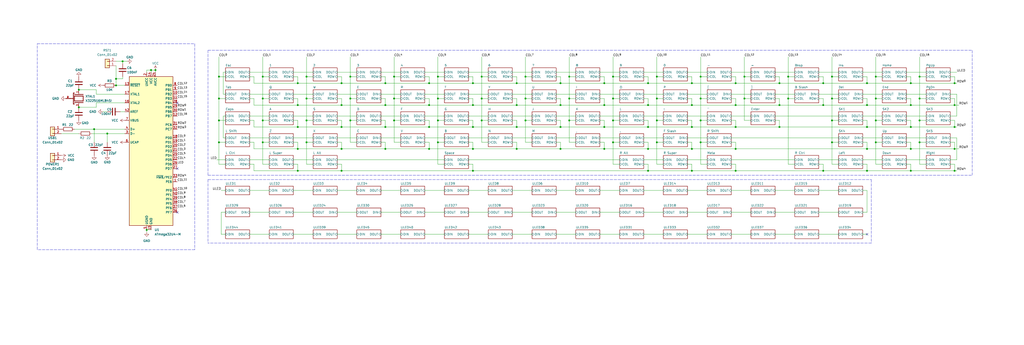
<source format=kicad_sch>
(kicad_sch (version 20211123) (generator eeschema)
  (paper "User" 594.004 200)
  (title_block (title "Skayboard") (date "2022-06-07") (rev "0") (company "Skaytacium Inc."))
  (junction (at 375.92 73.66))
  (junction (at 274.32 73.66))
  (junction (at 553.72 86.36))
  (junction (at 350.52 86.36))
  (junction (at 228.6 44.45))
  (junction (at 330.2 44.45))
  (junction (at 177.8 82.55))
  (junction (at 381 57.15))
  (junction (at 62.23 77.47))
  (junction (at 198.12 60.96))
  (junction (at 177.8 57.15))
  (junction (at 355.6 69.85))
  (junction (at 203.2 44.45))
  (junction (at 508 44.45))
  (junction (at 198.12 73.66))
  (junction (at 254 69.85))
  (junction (at 533.4 57.15))
  (junction (at 406.4 57.15))
  (junction (at 553.72 73.66))
  (junction (at 274.32 99.06))
  (junction (at 127 57.15))
  (junction (at 127 69.85))
  (junction (at 127 44.45))
  (junction (at 152.4 82.55))
  (junction (at 304.8 57.15))
  (junction (at 172.72 60.96))
  (junction (at 381 82.55))
  (junction (at 426.72 60.96))
  (junction (at 350.52 48.26))
  (junction (at 350.52 73.66))
  (junction (at 248.92 48.26))
  (junction (at 223.52 60.96))
  (junction (at 452.12 73.66))
  (junction (at 330.2 69.85))
  (junction (at 508 82.55))
  (junction (at 553.72 99.06))
  (junction (at 477.52 48.26))
  (junction (at 375.92 86.36))
  (junction (at 248.92 73.66))
  (junction (at 375.92 99.06))
  (junction (at 553.72 60.96))
  (junction (at 325.12 86.36))
  (junction (at 325.12 73.66))
  (junction (at 533.4 69.85))
  (junction (at 502.92 48.26))
  (junction (at 452.12 48.26))
  (junction (at 90.17 40.64))
  (junction (at 528.32 48.26))
  (junction (at 502.92 60.96))
  (junction (at 482.6 57.15))
  (junction (at 401.32 86.36))
  (junction (at 502.92 86.36))
  (junction (at 508 69.85))
  (junction (at 431.8 57.15))
  (junction (at 325.12 60.96))
  (junction (at 508 57.15))
  (junction (at 299.72 86.36))
  (junction (at 248.92 86.36))
  (junction (at 152.4 44.45))
  (junction (at 457.2 44.45))
  (junction (at 274.32 60.96))
  (junction (at 279.4 44.45))
  (junction (at 502.92 73.66))
  (junction (at 254 82.55))
  (junction (at 533.4 82.55))
  (junction (at 375.92 60.96))
  (junction (at 533.4 44.45))
  (junction (at 482.6 44.45))
  (junction (at 528.32 73.66))
  (junction (at 406.4 82.55))
  (junction (at 198.12 86.36))
  (junction (at 381 69.85))
  (junction (at 198.12 48.26))
  (junction (at 198.12 99.06))
  (junction (at 406.4 69.85))
  (junction (at 203.2 57.15))
  (junction (at 223.52 48.26))
  (junction (at 426.72 99.06))
  (junction (at 248.92 60.96))
  (junction (at 177.8 44.45))
  (junction (at 482.6 69.85))
  (junction (at 502.92 99.06))
  (junction (at 355.6 44.45))
  (junction (at 299.72 48.26))
  (junction (at 426.72 48.26))
  (junction (at 254 57.15))
  (junction (at 177.8 69.85))
  (junction (at 279.4 57.15))
  (junction (at 203.2 69.85))
  (junction (at 172.72 99.06))
  (junction (at 127 82.55))
  (junction (at 401.32 99.06))
  (junction (at 279.4 69.85))
  (junction (at 87.63 40.64))
  (junction (at 355.6 82.55))
  (junction (at 426.72 73.66))
  (junction (at 375.92 48.26))
  (junction (at 299.72 60.96))
  (junction (at 45.72 62.23))
  (junction (at 223.52 73.66))
  (junction (at 401.32 73.66))
  (junction (at 54.61 74.93))
  (junction (at 452.12 60.96))
  (junction (at 254 44.45))
  (junction (at 172.72 73.66))
  (junction (at 325.12 48.26))
  (junction (at 299.72 73.66))
  (junction (at 172.72 86.36))
  (junction (at 528.32 99.06))
  (junction (at 426.72 86.36))
  (junction (at 172.72 48.26))
  (junction (at 350.52 60.96))
  (junction (at 482.6 82.55))
  (junction (at 274.32 48.26))
  (junction (at 477.52 60.96))
  (junction (at 304.8 44.45))
  (junction (at 45.72 52.07))
  (junction (at 152.4 57.15))
  (junction (at 381 44.45))
  (junction (at 274.32 86.36))
  (junction (at 85.09 133.35))
  (junction (at 477.52 99.06))
  (junction (at 228.6 69.85))
  (junction (at 223.52 86.36))
  (junction (at 228.6 57.15))
  (junction (at 431.8 44.45))
  (junction (at 401.32 48.26))
  (junction (at 71.12 35.56))
  (junction (at 457.2 57.15))
  (junction (at 553.72 48.26))
  (junction (at 67.31 45.72))
  (junction (at 152.4 69.85))
  (junction (at 406.4 44.45))
  (junction (at 330.2 57.15))
  (junction (at 355.6 57.15))
  (junction (at 528.32 86.36))
  (junction (at 67.31 49.53))
  (junction (at 528.32 60.96))
  (junction (at 304.8 69.85))
  (junction (at 401.32 60.96))
  (no_connect (at 102.87 123.19))
  (no_connect (at 102.87 97.79))
  (no_connect (at 102.87 59.69))
  (no_connect (at 502.92 135.89))
  (wire (pts (xy 125.73 92.71) (xy 130.81 92.71)))
  (wire (pts (xy 533.4 95.25) (xy 537.21 95.25)))
  (wire (pts (xy 55.88 59.69) (xy 72.39 59.69)))
  (wire (pts (xy 198.12 95.25) (xy 195.58 95.25)))
  (wire (pts (xy 297.18 135.89) (xy 308.61 135.89)))
  (wire (pts (xy 528.32 69.85) (xy 528.32 73.66)))
  (wire (pts (xy 426.72 99.06) (xy 426.72 95.25)))
  (wire (pts (xy 223.52 82.55) (xy 220.98 82.55)))
  (wire (pts (xy 502.92 123.19) (xy 500.38 123.19)))
  (wire (pts (xy 406.4 95.25) (xy 410.21 95.25)))
  (wire (pts (xy 147.32 95.25) (xy 144.78 95.25)))
  (wire (pts (xy 203.2 57.15) (xy 203.2 69.85)))
  (wire (pts (xy 424.18 92.71) (xy 461.01 92.71)))
  (wire (pts (xy 67.31 49.53) (xy 72.39 49.53)))
  (wire (pts (xy 477.52 60.96) (xy 477.52 57.15)))
  (wire (pts (xy 381 82.55) (xy 381 95.25)))
  (wire (pts (xy 401.32 99.06) (xy 401.32 95.25)))
  (wire (pts (xy 322.58 69.85) (xy 325.12 69.85)))
  (wire (pts (xy 533.4 57.15) (xy 533.4 69.85)))
  (wire (pts (xy 426.72 99.06) (xy 477.52 99.06)))
  (wire (pts (xy 528.32 48.26) (xy 502.92 48.26)))
  (wire (pts (xy 220.98 69.85) (xy 223.52 69.85)))
  (wire (pts (xy 553.72 48.26) (xy 553.72 44.45)))
  (wire (pts (xy 406.4 69.85) (xy 406.4 82.55)))
  (wire (pts (xy 474.98 54.61) (xy 486.41 54.61)))
  (wire (pts (xy 59.69 64.77) (xy 62.23 64.77)))
  (wire (pts (xy 330.2 57.15) (xy 334.01 57.15)))
  (wire (pts (xy 297.18 110.49) (xy 308.61 110.49)))
  (wire (pts (xy 533.4 33.02) (xy 533.4 44.45)))
  (wire (pts (xy 279.4 57.15) (xy 283.21 57.15)))
  (wire (pts (xy 274.32 86.36) (xy 274.32 82.55)))
  (wire (pts (xy 482.6 82.55) (xy 482.6 95.25)))
  (wire (pts (xy 177.8 33.02) (xy 177.8 44.45)))
  (wire (pts (xy 274.32 60.96) (xy 274.32 57.15)))
  (wire (pts (xy 554.99 48.26) (xy 553.72 48.26)))
  (wire (pts (xy 43.18 74.93) (xy 54.61 74.93)))
  (wire (pts (xy 553.72 60.96) (xy 553.72 57.15)))
  (wire (pts (xy 299.72 48.26) (xy 299.72 44.45)))
  (wire (pts (xy 69.85 64.77) (xy 72.39 64.77)))
  (wire (pts (xy 322.58 41.91) (xy 334.01 41.91)))
  (wire (pts (xy 350.52 86.36) (xy 325.12 86.36)))
  (wire (pts (xy 254 95.25) (xy 257.81 95.25)))
  (wire (pts (xy 350.52 48.26) (xy 325.12 48.26)))
  (wire (pts (xy 254 44.45) (xy 257.81 44.45)))
  (wire (pts (xy 401.32 48.26) (xy 375.92 48.26)))
  (wire (pts (xy 373.38 54.61) (xy 384.81 54.61)))
  (wire (pts (xy 147.32 86.36) (xy 147.32 82.55)))
  (wire (pts (xy 457.2 44.45) (xy 461.01 44.45)))
  (wire (pts (xy 248.92 60.96) (xy 248.92 57.15)))
  (wire (pts (xy 127 95.25) (xy 130.81 95.25)))
  (wire (pts (xy 508 69.85) (xy 508 82.55)))
  (wire (pts (xy 54.61 74.93) (xy 72.39 74.93)))
  (wire (pts (xy 330.2 57.15) (xy 330.2 69.85)))
  (wire (pts (xy 508 44.45) (xy 508 57.15)))
  (wire (pts (xy 406.4 44.45) (xy 410.21 44.45)))
  (wire (pts (xy 172.72 44.45) (xy 170.18 44.45)))
  (wire (pts (xy 203.2 82.55) (xy 207.01 82.55)))
  (wire (pts (xy 381 95.25) (xy 384.81 95.25)))
  (wire (pts (xy 67.31 45.72) (xy 67.31 49.53)))
  (wire (pts (xy 147.32 44.45) (xy 144.78 44.45)))
  (wire (pts (xy 533.4 82.55) (xy 537.21 82.55)))
  (wire (pts (xy 271.78 80.01) (xy 283.21 80.01)))
  (wire (pts (xy 271.78 67.31) (xy 283.21 67.31)))
  (wire (pts (xy 246.38 80.01) (xy 257.81 80.01)))
  (wire (pts (xy 401.32 60.96) (xy 375.92 60.96)))
  (wire (pts (xy 304.8 44.45) (xy 308.61 44.45)))
  (wire (pts (xy 373.38 92.71) (xy 384.81 92.71)))
  (wire (pts (xy 528.32 95.25) (xy 525.78 95.25)))
  (wire (pts (xy 35.56 77.47) (xy 45.72 77.47)))
  (wire (pts (xy 144.78 54.61) (xy 156.21 54.61)))
  (wire (pts (xy 177.8 82.55) (xy 181.61 82.55)))
  (wire (pts (xy 172.72 48.26) (xy 172.72 44.45)))
  (wire (pts (xy 424.18 123.19) (xy 435.61 123.19)))
  (wire (pts (xy 401.32 95.25) (xy 398.78 95.25)))
  (wire (pts (xy 401.32 44.45) (xy 398.78 44.45)))
  (wire (pts (xy 508 57.15) (xy 508 69.85)))
  (wire (pts (xy 424.18 80.01) (xy 486.41 80.01)))
  (wire (pts (xy 177.8 44.45) (xy 177.8 57.15)))
  (wire (pts (xy 152.4 57.15) (xy 152.4 69.85)))
  (wire (pts (xy 144.78 69.85) (xy 147.32 69.85)))
  (wire (pts (xy 355.6 57.15) (xy 359.41 57.15)))
  (wire (pts (xy 85.09 41.91) (xy 85.09 40.64)))
  (wire (pts (xy 220.98 80.01) (xy 232.41 80.01)))
  (wire (pts (xy 220.98 135.89) (xy 232.41 135.89)))
  (wire (pts (xy 553.72 86.36) (xy 553.72 82.55)))
  (wire (pts (xy 198.12 73.66) (xy 223.52 73.66)))
  (wire (pts (xy 203.2 44.45) (xy 207.01 44.45)))
  (wire (pts (xy 228.6 57.15) (xy 228.6 69.85)))
  (wire (pts (xy 431.8 57.15) (xy 431.8 69.85)))
  (wire (pts (xy 55.88 62.23) (xy 55.88 59.69)))
  (wire (pts (xy 304.8 82.55) (xy 308.61 82.55)))
  (wire (pts (xy 347.98 67.31) (xy 359.41 67.31)))
  (wire (pts (xy 170.18 110.49) (xy 181.61 110.49)))
  (wire (pts (xy 177.8 69.85) (xy 181.61 69.85)))
  (wire (pts (xy 322.58 54.61) (xy 334.01 54.61)))
  (wire (pts (xy 45.72 52.07) (xy 55.88 52.07)))
  (wire (pts (xy 452.12 69.85) (xy 452.12 73.66)))
  (wire (pts (xy 373.38 67.31) (xy 384.81 67.31)))
  (wire (pts (xy 54.61 74.93) (xy 54.61 82.55)))
  (wire (pts (xy 452.12 57.15) (xy 449.58 57.15)))
  (wire (pts (xy 375.92 95.25) (xy 373.38 95.25)))
  (wire (pts (xy 347.98 69.85) (xy 350.52 69.85)))
  (wire (pts (xy 502.92 86.36) (xy 502.92 82.55)))
  (wire (pts (xy 528.32 99.06) (xy 502.92 99.06)))
  (wire (pts (xy 198.12 99.06) (xy 198.12 95.25)))
  (wire (pts (xy 330.2 69.85) (xy 330.2 82.55)))
  (wire (pts (xy 381 57.15) (xy 384.81 57.15)))
  (polyline (pts (xy 113.03 144.78) (xy 21.59 144.78)))
  (wire (pts (xy 322.58 80.01) (xy 334.01 80.01)))
  (wire (pts (xy 347.98 54.61) (xy 359.41 54.61)))
  (wire (pts (xy 355.6 33.02) (xy 355.6 44.45)))
  (wire (pts (xy 350.52 48.26) (xy 350.52 44.45)))
  (wire (pts (xy 525.78 92.71) (xy 537.21 92.71)))
  (wire (pts (xy 274.32 82.55) (xy 271.78 82.55)))
  (wire (pts (xy 482.6 69.85) (xy 486.41 69.85)))
  (wire (pts (xy 223.52 73.66) (xy 248.92 73.66)))
  (wire (pts (xy 355.6 82.55) (xy 355.6 95.25)))
  (wire (pts (xy 347.98 123.19) (xy 359.41 123.19)))
  (wire (pts (xy 279.4 44.45) (xy 279.4 57.15)))
  (wire (pts (xy 279.4 69.85) (xy 283.21 69.85)))
  (wire (pts (xy 426.72 60.96) (xy 401.32 60.96)))
  (wire (pts (xy 172.72 69.85) (xy 172.72 73.66)))
  (wire (pts (xy 502.92 95.25) (xy 500.38 95.25)))
  (wire (pts (xy 474.98 123.19) (xy 486.41 123.19)))
  (wire (pts (xy 198.12 99.06) (xy 274.32 99.06)))
  (wire (pts (xy 128.27 123.19) (xy 128.27 135.89)))
  (wire (pts (xy 508 82.55) (xy 508 95.25)))
  (wire (pts (xy 274.32 86.36) (xy 248.92 86.36)))
  (wire (pts (xy 67.31 35.56) (xy 71.12 35.56)))
  (wire (pts (xy 279.4 44.45) (xy 283.21 44.45)))
  (wire (pts (xy 457.2 33.02) (xy 457.2 44.45)))
  (wire (pts (xy 533.4 44.45) (xy 533.4 57.15)))
  (wire (pts (xy 424.18 135.89) (xy 435.61 135.89)))
  (wire (pts (xy 274.32 60.96) (xy 248.92 60.96)))
  (wire (pts (xy 87.63 41.91) (xy 87.63 40.64)))
  (wire (pts (xy 406.4 57.15) (xy 406.4 69.85)))
  (wire (pts (xy 220.98 67.31) (xy 232.41 67.31)))
  (wire (pts (xy 129.54 41.91) (xy 130.81 41.91)))
  (wire (pts (xy 325.12 44.45) (xy 322.58 44.45)))
  (wire (pts (xy 533.4 44.45) (xy 537.21 44.45)))
  (wire (pts (xy 172.72 95.25) (xy 170.18 95.25)))
  (wire (pts (xy 299.72 60.96) (xy 299.72 57.15)))
  (wire (pts (xy 375.92 86.36) (xy 350.52 86.36)))
  (wire (pts (xy 452.12 73.66) (xy 502.92 73.66)))
  (wire (pts (xy 554.99 54.61) (xy 554.99 67.31)))
  (wire (pts (xy 147.32 69.85) (xy 147.32 73.66)))
  (wire (pts (xy 375.92 44.45) (xy 373.38 44.45)))
  (wire (pts (xy 350.52 44.45) (xy 347.98 44.45)))
  (wire (pts (xy 152.4 69.85) (xy 152.4 82.55)))
  (wire (pts (xy 330.2 44.45) (xy 334.01 44.45)))
  (wire (pts (xy 502.92 48.26) (xy 477.52 48.26)))
  (wire (pts (xy 172.72 86.36) (xy 172.72 82.55)))
  (wire (pts (xy 297.18 54.61) (xy 308.61 54.61)))
  (polyline (pts (xy 113.03 25.4) (xy 113.03 144.78)))
  (wire (pts (xy 248.92 57.15) (xy 246.38 57.15)))
  (wire (pts (xy 203.2 69.85) (xy 203.2 82.55)))
  (wire (pts (xy 502.92 60.96) (xy 502.92 57.15)))
  (wire (pts (xy 279.4 57.15) (xy 279.4 69.85)))
  (wire (pts (xy 152.4 95.25) (xy 156.21 95.25)))
  (wire (pts (xy 424.18 41.91) (xy 435.61 41.91)))
  (wire (pts (xy 55.88 52.07) (xy 55.88 54.61)))
  (wire (pts (xy 271.78 41.91) (xy 283.21 41.91)))
  (wire (pts (xy 477.52 95.25) (xy 474.98 95.25)))
  (wire (pts (xy 449.58 69.85) (xy 452.12 69.85)))
  (wire (pts (xy 373.38 110.49) (xy 384.81 110.49)))
  (wire (pts (xy 254 82.55) (xy 254 95.25)))
  (wire (pts (xy 322.58 110.49) (xy 334.01 110.49)))
  (wire (pts (xy 381 82.55) (xy 384.81 82.55)))
  (wire (pts (xy 452.12 48.26) (xy 426.72 48.26)))
  (wire (pts (xy 220.98 110.49) (xy 232.41 110.49)))
  (wire (pts (xy 502.92 110.49) (xy 502.92 123.19)))
  (wire (pts (xy 172.72 60.96) (xy 172.72 57.15)))
  (wire (pts (xy 381 69.85) (xy 381 82.55)))
  (wire (pts (xy 195.58 54.61) (xy 207.01 54.61)))
  (wire (pts (xy 62.23 77.47) (xy 72.39 77.47)))
  (wire (pts (xy 452.12 44.45) (xy 449.58 44.45)))
  (wire (pts (xy 457.2 95.25) (xy 461.01 95.25)))
  (wire (pts (xy 551.18 69.85) (xy 553.72 69.85)))
  (wire (pts (xy 325.12 48.26) (xy 299.72 48.26)))
  (polyline (pts (xy 505.46 140.97) (xy 120.65 140.97)))
  (wire (pts (xy 274.32 95.25) (xy 271.78 95.25)))
  (wire (pts (xy 299.72 73.66) (xy 325.12 73.66)))
  (wire (pts (xy 228.6 69.85) (xy 228.6 82.55)))
  (polyline (pts (xy 120.65 101.6) (xy 120.65 29.21)))
  (wire (pts (xy 223.52 69.85) (xy 223.52 73.66)))
  (wire (pts (xy 198.12 48.26) (xy 198.12 44.45)))
  (wire (pts (xy 502.92 99.06) (xy 477.52 99.06)))
  (wire (pts (xy 325.12 86.36) (xy 299.72 86.36)))
  (wire (pts (xy 144.78 123.19) (xy 156.21 123.19)))
  (wire (pts (xy 355.6 44.45) (xy 355.6 57.15)))
  (wire (pts (xy 381 44.45) (xy 381 57.15)))
  (wire (pts (xy 172.72 60.96) (xy 147.32 60.96)))
  (wire (pts (xy 223.52 60.96) (xy 198.12 60.96)))
  (wire (pts (xy 248.92 82.55) (xy 246.38 82.55)))
  (wire (pts (xy 322.58 135.89) (xy 334.01 135.89)))
  (wire (pts (xy 525.78 80.01) (xy 537.21 80.01)))
  (wire (pts (xy 426.72 57.15) (xy 424.18 57.15)))
  (wire (pts (xy 553.72 60.96) (xy 528.32 60.96)))
  (wire (pts (xy 152.4 69.85) (xy 156.21 69.85)))
  (wire (pts (xy 195.58 135.89) (xy 207.01 135.89)))
  (wire (pts (xy 297.18 67.31) (xy 308.61 67.31)))
  (wire (pts (xy 198.12 44.45) (xy 195.58 44.45)))
  (wire (pts (xy 322.58 67.31) (xy 334.01 67.31)))
  (wire (pts (xy 198.12 69.85) (xy 198.12 73.66)))
  (wire (pts (xy 152.4 44.45) (xy 152.4 57.15)))
  (wire (pts (xy 203.2 69.85) (xy 207.01 69.85)))
  (polyline (pts (xy 21.59 25.4) (xy 113.03 25.4)))
  (wire (pts (xy 248.92 86.36) (xy 223.52 86.36)))
  (wire (pts (xy 482.6 44.45) (xy 486.41 44.45)))
  (wire (pts (xy 347.98 135.89) (xy 359.41 135.89)))
  (wire (pts (xy 424.18 54.61) (xy 435.61 54.61)))
  (wire (pts (xy 127 69.85) (xy 127 82.55)))
  (wire (pts (xy 401.32 99.06) (xy 375.92 99.06)))
  (wire (pts (xy 525.78 41.91) (xy 537.21 41.91)))
  (wire (pts (xy 401.32 60.96) (xy 401.32 57.15)))
  (wire (pts (xy 203.2 44.45) (xy 203.2 57.15)))
  (wire (pts (xy 431.8 57.15) (xy 435.61 57.15)))
  (wire (pts (xy 406.4 33.02) (xy 406.4 44.45)))
  (wire (pts (xy 500.38 54.61) (xy 511.81 54.61)))
  (wire (pts (xy 373.38 80.01) (xy 384.81 80.01)))
  (wire (pts (xy 228.6 69.85) (xy 232.41 69.85)))
  (wire (pts (xy 62.23 77.47) (xy 62.23 82.55)))
  (wire (pts (xy 502.92 44.45) (xy 500.38 44.45)))
  (wire (pts (xy 304.8 69.85) (xy 304.8 82.55)))
  (wire (pts (xy 431.8 44.45) (xy 431.8 57.15)))
  (wire (pts (xy 554.99 80.01) (xy 551.18 80.01)))
  (wire (pts (xy 431.8 69.85) (xy 435.61 69.85)))
  (wire (pts (xy 223.52 44.45) (xy 220.98 44.45)))
  (wire (pts (xy 330.2 33.02) (xy 330.2 44.45)))
  (wire (pts (xy 246.38 67.31) (xy 257.81 67.31)))
  (wire (pts (xy 170.18 41.91) (xy 181.61 41.91)))
  (wire (pts (xy 477.52 99.06) (xy 477.52 95.25)))
  (wire (pts (xy 67.31 38.1) (xy 67.31 45.72)))
  (wire (pts (xy 426.72 44.45) (xy 424.18 44.45)))
  (wire (pts (xy 254 57.15) (xy 254 69.85)))
  (wire (pts (xy 375.92 82.55) (xy 373.38 82.55)))
  (wire (pts (xy 398.78 135.89) (xy 410.21 135.89)))
  (wire (pts (xy 482.6 44.45) (xy 482.6 57.15)))
  (wire (pts (xy 355.6 69.85) (xy 355.6 82.55)))
  (wire (pts (xy 271.78 54.61) (xy 283.21 54.61)))
  (wire (pts (xy 325.12 86.36) (xy 325.12 82.55)))
  (wire (pts (xy 500.38 110.49) (xy 502.92 110.49)))
  (wire (pts (xy 325.12 60.96) (xy 325.12 57.15)))
  (wire (pts (xy 152.4 82.55) (xy 156.21 82.55)))
  (wire (pts (xy 279.4 69.85) (xy 279.4 82.55)))
  (wire (pts (xy 274.32 44.45) (xy 271.78 44.45)))
  (wire (pts (xy 299.72 82.55) (xy 297.18 82.55)))
  (wire (pts (xy 553.72 48.26) (xy 528.32 48.26)))
  (wire (pts (xy 426.72 48.26) (xy 401.32 48.26)))
  (wire (pts (xy 177.8 57.15) (xy 177.8 69.85)))
  (wire (pts (xy 474.98 110.49) (xy 486.41 110.49)))
  (wire (pts (xy 271.78 123.19) (xy 283.21 123.19)))
  (wire (pts (xy 170.18 92.71) (xy 181.61 92.71)))
  (wire (pts (xy 177.8 57.15) (xy 181.61 57.15)))
  (wire (pts (xy 129.54 80.01) (xy 129.54 67.31)))
  (wire (pts (xy 457.2 57.15) (xy 457.2 95.25)))
  (wire (pts (xy 350.52 73.66) (xy 375.92 73.66)))
  (wire (pts (xy 449.58 135.89) (xy 461.01 135.89)))
  (wire (pts (xy 147.32 60.96) (xy 147.32 57.15)))
  (wire (pts (xy 147.32 73.66) (xy 172.72 73.66)))
  (wire (pts (xy 452.12 60.96) (xy 426.72 60.96)))
  (wire (pts (xy 426.72 48.26) (xy 426.72 44.45)))
  (wire (pts (xy 198.12 48.26) (xy 172.72 48.26)))
  (wire (pts (xy 426.72 73.66) (xy 452.12 73.66)))
  (wire (pts (xy 406.4 82.55) (xy 406.4 95.25)))
  (wire (pts (xy 528.32 86.36) (xy 528.32 82.55)))
  (wire (pts (xy 198.12 60.96) (xy 198.12 57.15)))
  (wire (pts (xy 71.12 44.45) (xy 71.12 45.72)))
  (wire (pts (xy 350.52 86.36) (xy 350.52 82.55)))
  (wire (pts (xy 373.38 123.19) (xy 384.81 123.19)))
  (wire (pts (xy 172.72 82.55) (xy 170.18 82.55)))
  (wire (pts (xy 347.98 110.49) (xy 359.41 110.49)))
  (wire (pts (xy 172.72 73.66) (xy 198.12 73.66)))
  (wire (pts (xy 254 82.55) (xy 257.81 82.55)))
  (wire (pts (xy 248.92 48.26) (xy 223.52 48.26)))
  (wire (pts (xy 431.8 44.45) (xy 435.61 44.45)))
  (wire (pts (xy 449.58 54.61) (xy 461.01 54.61)))
  (wire (pts (xy 401.32 48.26) (xy 401.32 44.45)))
  (wire (pts (xy 203.2 33.02) (xy 203.2 44.45)))
  (wire (pts (xy 325.12 48.26) (xy 325.12 44.45)))
  (wire (pts (xy 401.32 73.66) (xy 426.72 73.66)))
  (wire (pts (xy 398.78 67.31) (xy 410.21 67.31)))
  (wire (pts (xy 172.72 99.06) (xy 147.32 99.06)))
  (wire (pts (xy 170.18 67.31) (xy 181.61 67.31)))
  (wire (pts (xy 325.12 69.85) (xy 325.12 73.66)))
  (wire (pts (xy 533.4 69.85) (xy 533.4 82.55)))
  (wire (pts (xy 177.8 44.45) (xy 181.61 44.45)))
  (wire (pts (xy 553.72 60.96) (xy 556.26 60.96)))
  (wire (pts (xy 554.99 54.61) (xy 551.18 54.61)))
  (wire (pts (xy 375.92 69.85) (xy 375.92 73.66)))
  (wire (pts (xy 426.72 86.36) (xy 426.72 82.55)))
  (wire (pts (xy 528.32 86.36) (xy 502.92 86.36)))
  (wire (pts (xy 401.32 69.85) (xy 401.32 73.66)))
  (wire (pts (xy 147.32 57.15) (xy 144.78 57.15)))
  (wire (pts (xy 144.78 67.31) (xy 156.21 67.31)))
  (wire (pts (xy 172.72 57.15) (xy 170.18 57.15)))
  (wire (pts (xy 373.38 41.91) (xy 384.81 41.91)))
  (wire (pts (xy 203.2 57.15) (xy 207.01 57.15)))
  (wire (pts (xy 170.18 54.61) (xy 181.61 54.61)))
  (wire (pts (xy 553.72 73.66) (xy 554.99 73.66)))
  (wire (pts (xy 355.6 82.55) (xy 359.41 82.55)))
  (wire (pts (xy 426.72 86.36) (xy 401.32 86.36)))
  (wire (pts (xy 304.8 33.02) (xy 304.8 44.45)))
  (wire (pts (xy 299.72 57.15) (xy 297.18 57.15)))
  (wire (pts (xy 449.58 67.31) (xy 486.41 67.31)))
  (wire (pts (xy 508 33.02) (xy 508 44.45)))
  (wire (pts (xy 195.58 67.31) (xy 207.01 67.31)))
  (wire (pts (xy 457.2 44.45) (xy 457.2 57.15)))
  (wire (pts (xy 254 69.85) (xy 254 82.55)))
  (wire (pts (xy 304.8 44.45) (xy 304.8 57.15)))
  (wire (pts (xy 553.72 82.55) (xy 551.18 82.55)))
  (wire (pts (xy 170.18 123.19) (xy 181.61 123.19)))
  (wire (pts (xy 553.72 86.36) (xy 528.32 86.36)))
  (wire (pts (xy 228.6 82.55) (xy 232.41 82.55)))
  (wire (pts (xy 424.18 67.31) (xy 435.61 67.31)))
  (wire (pts (xy 482.6 69.85) (xy 482.6 82.55)))
  (wire (pts (xy 304.8 69.85) (xy 308.61 69.85)))
  (wire (pts (xy 381 44.45) (xy 384.81 44.45)))
  (wire (pts (xy 431.8 33.02) (xy 431.8 44.45)))
  (wire (pts (xy 274.32 99.06) (xy 375.92 99.06)))
  (wire (pts (xy 299.72 60.96) (xy 274.32 60.96)))
  (wire (pts (xy 398.78 41.91) (xy 410.21 41.91)))
  (wire (pts (xy 401.32 82.55) (xy 398.78 82.55)))
  (wire (pts (xy 299.72 86.36) (xy 299.72 82.55)))
  (wire (pts (xy 500.38 41.91) (xy 511.81 41.91)))
  (wire (pts (xy 533.4 57.15) (xy 537.21 57.15)))
  (wire (pts (xy 127 44.45) (xy 127 57.15)))
  (wire (pts (xy 223.52 48.26) (xy 198.12 48.26)))
  (wire (pts (xy 355.6 44.45) (xy 359.41 44.45)))
  (wire (pts (xy 248.92 69.85) (xy 248.92 73.66)))
  (wire (pts (xy 554.99 99.06) (xy 553.72 99.06)))
  (wire (pts (xy 85.09 40.64) (xy 87.63 40.64)))
  (wire (pts (xy 170.18 135.89) (xy 181.61 135.89)))
  (wire (pts (xy 553.72 44.45) (xy 551.18 44.45)))
  (wire (pts (xy 508 82.55) (xy 511.81 82.55)))
  (wire (pts (xy 299.72 86.36) (xy 274.32 86.36)))
  (wire (pts (xy 426.72 99.06) (xy 401.32 99.06)))
  (wire (pts (xy 144.78 80.01) (xy 156.21 80.01)))
  (wire (pts (xy 355.6 57.15) (xy 355.6 69.85)))
  (wire (pts (xy 474.98 92.71) (xy 486.41 92.71)))
  (wire (pts (xy 401.32 57.15) (xy 398.78 57.15)))
  (wire (pts (xy 350.52 82.55) (xy 347.98 82.55)))
  (polyline (pts (xy 505.46 104.14) (xy 505.46 140.97)))
  (wire (pts (xy 350.52 60.96) (xy 350.52 57.15)))
  (wire (pts (xy 246.38 135.89) (xy 257.81 135.89)))
  (wire (pts (xy 482.6 95.25) (xy 486.41 95.25)))
  (wire (pts (xy 223.52 60.96) (xy 223.52 57.15)))
  (wire (pts (xy 228.6 44.45) (xy 228.6 57.15)))
  (wire (pts (xy 330.2 69.85) (xy 334.01 69.85)))
  (wire (pts (xy 375.92 73.66) (xy 401.32 73.66)))
  (wire (pts (xy 322.58 123.19) (xy 334.01 123.19)))
  (wire (pts (xy 254 57.15) (xy 257.81 57.15)))
  (wire (pts (xy 304.8 57.15) (xy 308.61 57.15)))
  (wire (pts (xy 170.18 80.01) (xy 181.61 80.01)))
  (wire (pts (xy 355.6 95.25) (xy 359.41 95.25)))
  (wire (pts (xy 398.78 69.85) (xy 401.32 69.85)))
  (wire (pts (xy 381 57.15) (xy 381 69.85)))
  (wire (pts (xy 147.32 99.06) (xy 147.32 95.25)))
  (wire (pts (xy 502.92 60.96) (xy 477.52 60.96)))
  (wire (pts (xy 228.6 57.15) (xy 232.41 57.15)))
  (wire (pts (xy 553.72 95.25) (xy 551.18 95.25)))
  (wire (pts (xy 553.72 99.06) (xy 553.72 95.25)))
  (wire (pts (xy 528.32 99.06) (xy 528.32 95.25)))
  (wire (pts (xy 406.4 69.85) (xy 410.21 69.85)))
  (wire (pts (xy 172.72 86.36) (xy 147.32 86.36)))
  (wire (pts (xy 152.4 82.55) (xy 152.4 95.25)))
  (wire (pts (xy 228.6 33.02) (xy 228.6 44.45)))
  (wire (pts (xy 220.98 123.19) (xy 232.41 123.19)))
  (wire (pts (xy 254 33.02) (xy 254 44.45)))
  (wire (pts (xy 553.72 69.85) (xy 553.72 73.66)))
  (wire (pts (xy 297.18 69.85) (xy 299.72 69.85)))
  (polyline (pts (xy 120.65 104.14) (xy 505.46 104.14)))
  (wire (pts (xy 553.72 57.15) (xy 551.18 57.15)))
  (wire (pts (xy 279.4 33.02) (xy 279.4 44.45)))
  (wire (pts (xy 85.09 133.35) (xy 85.09 134.62)))
  (wire (pts (xy 528.32 60.96) (xy 528.32 57.15)))
  (wire (pts (xy 500.38 67.31) (xy 511.81 67.31)))
  (wire (pts (xy 248.92 73.66) (xy 274.32 73.66)))
  (wire (pts (xy 274.32 48.26) (xy 274.32 44.45)))
  (wire (pts (xy 299.72 48.26) (xy 274.32 48.26)))
  (wire (pts (xy 528.32 60.96) (xy 502.92 60.96)))
  (wire (pts (xy 482.6 33.02) (xy 482.6 44.45)))
  (wire (pts (xy 53.34 77.47) (xy 62.23 77.47)))
  (wire (pts (xy 299.72 69.85) (xy 299.72 73.66)))
  (wire (pts (xy 130.81 54.61) (xy 129.54 54.61)))
  (wire (pts (xy 477.52 44.45) (xy 474.98 44.45)))
  (wire (pts (xy 508 57.15) (xy 511.81 57.15)))
  (wire (pts (xy 457.2 57.15) (xy 461.01 57.15)))
  (wire (pts (xy 177.8 95.25) (xy 181.61 95.25)))
  (wire (pts (xy 177.8 69.85) (xy 177.8 82.55)))
  (wire (pts (xy 502.92 48.26) (xy 502.92 44.45)))
  (polyline (pts (xy 120.65 29.21) (xy 563.88 29.21)))
  (wire (pts (xy 375.92 57.15) (xy 373.38 57.15)))
  (wire (pts (xy 127 44.45) (xy 130.81 44.45)))
  (polyline (pts (xy 120.65 101.6) (xy 563.88 101.6)))
  (wire (pts (xy 246.38 69.85) (xy 248.92 69.85)))
  (wire (pts (xy 533.4 69.85) (xy 537.21 69.85)))
  (wire (pts (xy 500.38 80.01) (xy 511.81 80.01)))
  (wire (pts (xy 398.78 123.19) (xy 410.21 123.19)))
  (wire (pts (xy 147.32 82.55) (xy 144.78 82.55)))
  (wire (pts (xy 373.38 135.89) (xy 384.81 135.89)))
  (wire (pts (xy 551.18 92.71) (xy 554.99 92.71)))
  (wire (pts (xy 195.58 80.01) (xy 207.01 80.01)))
  (wire (pts (xy 144.78 41.91) (xy 156.21 41.91)))
  (wire (pts (xy 375.92 99.06) (xy 375.92 95.25)))
  (wire (pts (xy 198.12 82.55) (xy 195.58 82.55)))
  (wire (pts (xy 85.09 133.35) (xy 87.63 133.35)))
  (wire (pts (xy 170.18 69.85) (xy 172.72 69.85)))
  (wire (pts (xy 347.98 41.91) (xy 359.41 41.91)))
  (wire (pts (xy 220.98 41.91) (xy 232.41 41.91)))
  (wire (pts (xy 246.38 110.49) (xy 257.81 110.49)))
  (wire (pts (xy 254 69.85) (xy 257.81 69.85)))
  (wire (pts (xy 477.52 48.26) (xy 452.12 48.26)))
  (wire (pts (xy 228.6 44.45) (xy 232.41 44.45)))
  (wire (pts (xy 375.92 60.96) (xy 350.52 60.96)))
  (wire (pts (xy 528.32 44.45) (xy 525.78 44.45)))
  (wire (pts (xy 406.4 82.55) (xy 410.21 82.55)))
  (wire (pts (xy 195.58 41.91) (xy 207.01 41.91)))
  (wire (pts (xy 127 82.55) (xy 130.81 82.55)))
  (wire (pts (xy 477.52 60.96) (xy 452.12 60.96)))
  (wire (pts (xy 223.52 57.15) (xy 220.98 57.15)))
  (wire (pts (xy 525.78 69.85) (xy 528.32 69.85)))
  (wire (pts (xy 554.99 80.01) (xy 554.99 92.71)))
  (wire (pts (xy 508 95.25) (xy 511.81 95.25)))
  (wire (pts (xy 528.32 57.15) (xy 525.78 57.15)))
  (wire (pts (xy 71.12 35.56) (xy 71.12 36.83)))
  (wire (pts (xy 325.12 60.96) (xy 299.72 60.96)))
  (wire (pts (xy 528.32 48.26) (xy 528.32 44.45)))
  (wire (pts (xy 424.18 69.85) (xy 426.72 69.85)))
  (wire (pts (xy 533.4 82.55) (xy 533.4 95.25)))
  (wire (pts (xy 477.52 48.26) (xy 477.52 44.45)))
  (wire (pts (xy 553.72 86.36) (xy 556.26 86.36)))
  (wire (pts (xy 330.2 82.55) (xy 334.01 82.55)))
  (wire (pts (xy 406.4 57.15) (xy 410.21 57.15)))
  (wire (pts (xy 381 69.85) (xy 384.81 69.85)))
  (wire (pts (xy 508 44.45) (xy 511.81 44.45)))
  (wire (pts (xy 502.92 82.55) (xy 500.38 82.55)))
  (wire (pts (xy 128.27 135.89) (xy 130.81 135.89)))
  (wire (pts (xy 198.12 57.15) (xy 195.58 57.15)))
  (wire (pts (xy 127 57.15) (xy 127 69.85)))
  (wire (pts (xy 274.32 69.85) (xy 274.32 73.66)))
  (wire (pts (xy 502.92 73.66) (xy 528.32 73.66)))
  (polyline (pts (xy 563.88 29.21) (xy 563.88 101.6)))
  (wire (pts (xy 330.2 44.45) (xy 330.2 57.15)))
  (wire (pts (xy 248.92 48.26) (xy 248.92 44.45)))
  (wire (pts (xy 152.4 44.45) (xy 156.21 44.45)))
  (wire (pts (xy 551.18 67.31) (xy 554.99 67.31)))
  (wire (pts (xy 502.92 99.06) (xy 502.92 95.25)))
  (wire (pts (xy 482.6 57.15) (xy 486.41 57.15)))
  (wire (pts (xy 525.78 54.61) (xy 537.21 54.61)))
  (wire (pts (xy 406.4 44.45) (xy 406.4 57.15)))
  (wire (pts (xy 325.12 73.66) (xy 350.52 73.66)))
  (wire (pts (xy 474.98 135.89) (xy 486.41 135.89)))
  (wire (pts (xy 508 69.85) (xy 511.81 69.85)))
  (wire (pts (xy 375.92 48.26) (xy 375.92 44.45)))
  (wire (pts (xy 375.92 60.96) (xy 375.92 57.15)))
  (wire (pts (xy 152.4 33.02) (xy 152.4 44.45)))
  (wire (pts (xy 129.54 67.31) (xy 130.81 67.31)))
  (wire (pts (xy 195.58 110.49) (xy 207.01 110.49)))
  (wire (pts (xy 424.18 110.49) (xy 435.61 110.49)))
  (wire (pts (xy 130.81 123.19) (xy 128.27 123.19)))
  (wire (pts (xy 55.88 54.61) (xy 72.39 54.61)))
  (wire (pts (xy 350.52 57.15) (xy 347.98 57.15)))
  (wire (pts (xy 195.58 69.85) (xy 198.12 69.85)))
  (wire (pts (xy 195.58 92.71) (xy 257.81 92.71)))
  (wire (pts (xy 246.38 54.61) (xy 257.81 54.61)))
  (wire (pts (xy 195.58 123.19) (xy 207.01 123.19)))
  (wire (pts (xy 482.6 57.15) (xy 482.6 69.85)))
  (wire (pts (xy 500.38 92.71) (xy 511.81 92.71)))
  (wire (pts (xy 271.78 69.85) (xy 274.32 69.85)))
  (wire (pts (xy 449.58 123.19) (xy 461.01 123.19)))
  (wire (pts (xy 398.78 110.49) (xy 410.21 110.49)))
  (wire (pts (xy 502.92 69.85) (xy 502.92 73.66)))
  (wire (pts (xy 246.38 123.19) (xy 257.81 123.19)))
  (wire (pts (xy 152.4 57.15) (xy 156.21 57.15)))
  (wire (pts (xy 426.72 69.85) (xy 426.72 73.66)))
  (wire (pts (xy 426.72 86.36) (xy 502.92 86.36)))
  (wire (pts (xy 198.12 86.36) (xy 198.12 82.55)))
  (wire (pts (xy 172.72 48.26) (xy 147.32 48.26)))
  (wire (pts (xy 398.78 80.01) (xy 410.21 80.01)))
  (wire (pts (xy 398.78 54.61) (xy 410.21 54.61)))
  (wire (pts (xy 401.32 86.36) (xy 375.92 86.36)))
  (wire (pts (xy 426.72 82.55) (xy 424.18 82.55)))
  (wire (pts (xy 474.98 41.91) (xy 486.41 41.91)))
  (wire (pts (xy 248.92 44.45) (xy 246.38 44.45)))
  (wire (pts (xy 304.8 57.15) (xy 304.8 69.85)))
  (wire (pts (xy 128.27 110.49) (xy 130.81 110.49)))
  (wire (pts (xy 449.58 41.91) (xy 461.01 41.91)))
  (wire (pts (xy 220.98 54.61) (xy 232.41 54.61)))
  (wire (pts (xy 177.8 82.55) (xy 177.8 95.25)))
  (polyline (pts (xy 21.59 144.78) (xy 21.59 25.4)))
  (wire (pts (xy 271.78 92.71) (xy 359.41 92.71)))
  (wire (pts (xy 551.18 41.91) (xy 554.99 41.91)))
  (wire (pts (xy 127 82.55) (xy 127 95.25)))
  (wire (pts (xy 198.12 60.96) (xy 172.72 60.96)))
  (wire (pts (xy 299.72 44.45) (xy 297.18 44.45)))
  (wire (pts (xy 553.72 99.06) (xy 528.32 99.06)))
  (wire (pts (xy 71.12 45.72) (xy 67.31 45.72)))
  (wire (pts (xy 477.52 57.15) (xy 474.98 57.15)))
  (wire (pts (xy 398.78 92.71) (xy 410.21 92.71)))
  (wire (pts (xy 198.12 99.06) (xy 172.72 99.06)))
  (wire (pts (xy 274.32 48.26) (xy 248.92 48.26)))
  (wire (pts (xy 375.92 86.36) (xy 375.92 82.55)))
  (wire (pts (xy 144.78 135.89) (xy 156.21 135.89)))
  (wire (pts (xy 223.52 86.36) (xy 198.12 86.36)))
  (wire (pts (xy 525.78 67.31) (xy 537.21 67.31)))
  (wire (pts (xy 223.52 48.26) (xy 223.52 44.45)))
  (wire (pts (xy 297.18 41.91) (xy 308.61 41.91)))
  (wire (pts (xy 71.12 35.56) (xy 73.66 35.56)))
  (wire (pts (xy 271.78 110.49) (xy 283.21 110.49)))
  (wire (pts (xy 147.32 48.26) (xy 147.32 44.45)))
  (wire (pts (xy 325.12 82.55) (xy 322.58 82.55)))
  (wire (pts (xy 90.17 40.64) (xy 90.17 41.91)))
  (wire (pts (xy 426.72 60.96) (xy 426.72 57.15)))
  (wire (pts (xy 350.52 69.85) (xy 350.52 73.66)))
  (wire (pts (xy 130.81 80.01) (xy 129.54 80.01)))
  (wire (pts (xy 350.52 60.96) (xy 325.12 60.96)))
  (wire (pts (xy 347.98 80.01) (xy 359.41 80.01)))
  (wire (pts (xy 127 57.15) (xy 130.81 57.15)))
  (wire (pts (xy 248.92 60.96) (xy 223.52 60.96)))
  (wire (pts (xy 248.92 86.36) (xy 248.92 82.55)))
  (wire (pts (xy 482.6 82.55) (xy 486.41 82.55)))
  (wire (pts (xy 325.12 57.15) (xy 322.58 57.15)))
  (wire (pts (xy 452.12 48.26) (xy 452.12 44.45)))
  (wire (pts (xy 500.38 135.89) (xy 502.92 135.89)))
  (wire (pts (xy 274.32 73.66) (xy 299.72 73.66)))
  (wire (pts (xy 355.6 69.85) (xy 359.41 69.85)))
  (wire (pts (xy 129.54 54.61) (xy 129.54 41.91)))
  (wire (pts (xy 381 33.02) (xy 381 44.45)))
  (wire (pts (xy 144.78 92.71) (xy 156.21 92.71)))
  (wire (pts (xy 223.52 86.36) (xy 223.52 82.55)))
  (wire (pts (xy 500.38 69.85) (xy 502.92 69.85)))
  (wire (pts (xy 274.32 99.06) (xy 274.32 95.25)))
  (wire (pts (xy 274.32 57.15) (xy 271.78 57.15)))
  (wire (pts (xy 528.32 82.55) (xy 525.78 82.55)))
  (wire (pts (xy 45.72 62.23) (xy 55.88 62.23)))
  (wire (pts (xy 297.18 123.19) (xy 308.61 123.19)))
  (wire (pts (xy 449.58 110.49) (xy 461.01 110.49)))
  (polyline (pts (xy 120.65 104.14) (xy 120.65 140.97)))
  (wire (pts (xy 127 33.02) (xy 127 44.45)))
  (wire (pts (xy 144.78 110.49) (xy 156.21 110.49)))
  (wire (pts (xy 401.32 86.36) (xy 401.32 82.55)))
  (wire (pts (xy 246.38 41.91) (xy 257.81 41.91)))
  (wire (pts (xy 502.92 57.15) (xy 500.38 57.15)))
  (wire (pts (xy 172.72 99.06) (xy 172.72 95.25)))
  (wire (pts (xy 279.4 82.55) (xy 283.21 82.55)))
  (wire (pts (xy 297.18 80.01) (xy 308.61 80.01)))
  (wire (pts (xy 254 44.45) (xy 254 57.15)))
  (wire (pts (xy 87.63 40.64) (xy 90.17 40.64)))
  (wire (pts (xy 127 69.85) (xy 130.81 69.85)))
  (wire (pts (xy 452.12 60.96) (xy 452.12 57.15)))
  (wire (pts (xy 375.92 48.26) (xy 350.52 48.26)))
  (wire (pts (xy 198.12 86.36) (xy 172.72 86.36)))
  (wire (pts (xy 373.38 69.85) (xy 375.92 69.85)))
  (wire (pts (xy 271.78 135.89) (xy 283.21 135.89)))
  (wire (pts (xy 528.32 73.66) (xy 553.72 73.66)))
  (wire (pts (xy 426.72 95.25) (xy 424.18 95.25)))
  (label "COL^{3}" (at 203.2 33.02 0))
  (label "ULED" (at 128.27 110.49 180))
  (label "COL^{13}" (at 457.2 33.02 0))
  (label "ROW^{3}" (at 556.26 86.36 0))
  (label "ROW^{1}" (at 556.26 60.96 0))
  (label "COL^{16}" (at 102.87 67.31 0))
  (label "COL^{13}" (at 102.87 52.07 0))
  (label "COL^{2}" (at 177.8 33.02 0))
  (label "COL^{4}" (at 102.87 92.71 0))
  (label "COL^{5}" (at 102.87 90.17 0))
  (label "COL^{10}" (at 102.87 110.49 0))
  (label "COL^{5}" (at 254 33.02 0))
  (label "ROW^{4}" (at 554.99 99.06 0))
  (label "COL^{9}" (at 355.6 33.02 0))
  (label "COL^{15}" (at 102.87 57.15 0))
  (label "COL^{11}" (at 102.87 105.41 0))
  (label "ROW^{3}" (at 102.87 74.93 0))
  (label "COL^{11}" (at 406.4 33.02 0))
  (label "LED" (at 102.87 95.25 0))
  (label "COL^{0}" (at 127 33.02 0))
  (label "COL^{7}" (at 102.87 118.11 0))
  (label "COL^{12}" (at 102.87 49.53 0))
  (label "COL^{3}" (at 102.87 87.63 0))
  (label "ROW^{1}" (at 102.87 64.77 0))
  (label "COL^{1}" (at 152.4 33.02 0))
  (label "ROW^{4}" (at 102.87 102.87 0))
  (label "ROW^{2}" (at 554.99 73.66 0))
  (label "COL^{15}" (at 508 33.02 0))
  (label "ROW^{0}" (at 102.87 62.23 0))
  (label "COL^{16}" (at 533.4 33.02 0))
  (label "COL^{0}" (at 102.87 80.01 0))
  (label "COL^{6}" (at 279.4 33.02 0))
  (label "ROW^{0}" (at 554.99 48.26 0))
  (label "COL^{14}" (at 102.87 54.61 0))
  (label "COL^{6}" (at 102.87 120.65 0))
  (label "COL^{1}" (at 102.87 82.55 0))
  (label "COL^{4}" (at 228.6 33.02 0))
  (label "COL^{7}" (at 304.8 33.02 0))
  (label "COL^{10}" (at 381 33.02 0))
  (label "COL^{2}" (at 102.87 85.09 0))
  (label "COL^{8}" (at 330.2 33.02 0))
  (label "COL^{8}" (at 102.87 115.57 0))
  (label "COL^{9}" (at 102.87 113.03 0))
  (label "COL^{12}" (at 431.8 33.02 0))
  (label "ROW^{2}" (at 102.87 72.39 0))
  (label "COL^{14}" (at 482.6 33.02 0))
  (label "LED" (at 125.73 92.71 180))
  (label "ULED" (at 554.99 41.91 0))
  (symbol (lib_id "power:VCC") (at 72.39 69.85 90) (unit 1)
    (property "Reference" "#PWR010" (effects hide))
    (property "Value" "VCC" (at 68.58 69.8499 90) (effects (justify left)))
  )
  (symbol (lib_id "Device:C") (at 71.12 40.64 0) (unit 1)
    (property "Reference" "C6" (at 73.66 39.37 0) (effects (justify left)))
    (property "Value" "100nF" (at 73.66 41.91 0) (effects (justify left)))
    (property "Footprint" "Capacitor_SMD:C_0402_1005Metric" (effects hide))
  )
  (symbol (lib_id "Device:C") (at 66.04 64.77 90) (unit 1)
    (property "Reference" "C5" (at 64.77 63.5 90) (effects (justify left)))
    (property "Value" "100nF" (at 64.77 66.04 90) (effects (justify left)))
    (property "Footprint" "Capacitor_SMD:C_01005_0402Metric" (effects hide))
  )
  (symbol (lib_id "MCU_Microchip_ATmega:ATmega32U4-M") (at 87.63 87.63 0) (unit 1)
    (property "Reference" "U1" (at 89.6494 133.35 0) (effects (justify left)))
    (property "Value" "ATmega32U4-M" (at 89.6494 135.89 0) (effects (justify left)))
    (property "Footprint" "Package_DFN_QFN:QFN-44-1EP_7x7mm_P0.5mm_EP5.2x5.2mm" (effects hide))
    (property "Datasheet" "http://ww1.microchip.com/downloads/en/DeviceDoc/Atmel-7766-8-bit-AVR-ATmega16U4-32U4_Datasheet.pdf" (effects hide))
  )
  (symbol (lib_id "Device:R") (at 63.5 49.53 270) (unit 1)
    (property "Reference" "R3" (at 63.5 46.99 90))
    (property "Value" "10K" (at 63.5 52.07 90))
    (property "Footprint" "Resistor_SMD:R_0201_0603Metric" (effects hide))
  )
  (symbol (lib_id "power:VCC") (at 59.69 49.53 90) (unit 1)
    (property "Reference" "#PWR07" (effects hide))
    (property "Value" "VCC" (at 55.88 49.5299 90) (effects (justify left)))
  )
  (symbol (lib_id "YSX321SL:X322516MLB4SI") (at 45.72 57.15 270) (unit 1)
    (property "Reference" "XTAL1" (at 49.53 55.8799 90) (effects (justify left)))
    (property "Value" "X322516MLB4SI" (at 49.53 58.4199 90) (effects (justify left)))
    (property "Footprint" "OSC_X322516MLB4SI" (effects hide))
    (property "STANDARD" "Manufacturer Recommendations" (effects hide))
    (property "MAXIMUM_PACKAGE_HEIGHT" "0.8 mm" (effects hide))
    (property "PARTREV" "N/A" (effects hide))
    (property "MANUFACTURER" "YXC" (effects hide))
  )
  (symbol (lib_id "Device:C") (at 54.61 86.36 180) (unit 1)
    (property "Reference" "C3" (at 53.968 84.011 0) (effects (justify left)))
    (property "Value" "22pF" (at 59.9596 84.011 0) (effects (justify left)))
    (property "Footprint" "Capacitor_SMD:C_01005_0402Metric" (effects hide))
  )
  (symbol (lib_id "power:GND") (at 85.09 134.62 0) (unit 1)
    (property "Reference" "#PWR013" (effects hide))
    (property "Value" "GND" (at 85.09 139.7 0))
  )
  (symbol (lib_id "power:GND") (at 35.56 92.71 90) (unit 1)
    (property "Reference" "#PWR02" (effects hide))
    (property "Value" "GND" (at 43.18 92.71 90) (effects (justify left)))
  )
  (symbol (lib_id "Device:R") (at 49.53 77.47 270) (unit 1)
    (property "Reference" "R2" (at 47.6213 80.0166 90))
    (property "Value" "22" (at 51.4313 80.0166 90))
    (property "Footprint" "Resistor_SMD:R_0201_0603Metric" (effects hide))
  )
  (symbol (lib_id "power:GND") (at 73.66 35.56 90) (unit 1)
    (property "Reference" "#PWR012" (effects hide))
    (property "Value" "GND" (at 73.1978 33.1906 90) (effects (justify right)))
  )
  (symbol (lib_id "Device:C") (at 45.72 66.04 180) (unit 1)
    (property "Reference" "C2" (at 41.91 64.77 0) (effects (justify left)))
    (property "Value" "22pF" (at 43.18 67.31 0) (effects (justify left)))
    (property "Footprint" "Capacitor_SMD:C_01005_0402Metric" (effects hide))
  )
  (symbol (lib_id "Connector_Generic:Conn_01x02") (at 30.48 90.17 0) (mirror y) (unit 1)
    (property "Reference" "POWER1" (at 30.48 95.25 0))
    (property "Value" "Conn_01x02" (at 30.48 97.79 0))
    (property "Footprint" "Connector_Wire:SolderWire-2.5sqmm_1x02_P7.2mm_D2.4mm_OD3.6mm" (effects hide))
  )
  (symbol (lib_id "power:VCC") (at 90.17 40.64 0) (unit 1)
    (property "Reference" "#PWR014" (effects hide))
    (property "Value" "VCC" (at 90.1722 36.7708 0))
  )
  (symbol (lib_id "power:VCC") (at 35.56 90.17 270) (mirror x) (unit 1)
    (property "Reference" "#PWR01" (effects hide))
    (property "Value" "VCC" (at 39.37 90.1699 90) (effects (justify left)))
  )
  (symbol (lib_id "power:GND") (at 45.72 44.45 180) (unit 1)
    (property "Reference" "#PWR04" (effects hide))
    (property "Value" "GND" (at 43.6714 40.5678 0) (effects (justify right)))
  )
  (symbol (lib_id "power:GND") (at 38.1 57.15 270) (unit 1)
    (property "Reference" "#PWR03" (effects hide))
    (property "Value" "GND" (at 34.29 57.1499 90) (effects (justify right)))
  )
  (symbol (lib_id "Device:R") (at 39.37 74.93 270) (unit 1)
    (property "Reference" "R1" (at 37.369 72.3828 90))
    (property "Value" "22" (at 41.179 72.3828 90))
    (property "Footprint" "Resistor_SMD:R_0201_0603Metric" (effects hide))
  )
  (symbol (lib_id "power:GND") (at 62.23 90.17 0) (unit 1)
    (property "Reference" "#PWR09" (effects hide))
    (property "Value" "GND" (at 60.2259 94.0858 0) (effects (justify left)))
  )
  (symbol (lib_id "Device:C") (at 62.23 86.36 180) (unit 1)
    (property "Reference" "C4" (at 61.3798 88.8043 0) (effects (justify left)))
    (property "Value" "22pF" (at 67.8152 88.8043 0) (effects (justify left)))
    (property "Footprint" "Capacitor_SMD:C_01005_0402Metric" (effects hide))
  )
  (symbol (lib_id "Connector_Generic:Conn_01x02") (at 30.48 74.93 0) (mirror y) (unit 1)
    (property "Reference" "USB1" (at 30.48 80.01 0))
    (property "Value" "Conn_01x02" (at 30.48 82.55 0))
    (property "Footprint" "Connector_Wire:SolderWire-2.5sqmm_1x02_P7.2mm_D2.4mm_OD3.6mm" (effects hide))
  )
  (symbol (lib_id "Device:C") (at 45.72 48.26 0) (unit 1)
    (property "Reference" "C1" (at 39.37 46.99 0) (effects (justify left)))
    (property "Value" "22pF" (at 38.1 49.53 0) (effects (justify left)))
    (property "Footprint" "Capacitor_SMD:C_01005_0402Metric" (effects hide))
  )
  (symbol (lib_id "power:GND") (at 54.61 90.17 0) (unit 1)
    (property "Reference" "#PWR06" (effects hide))
    (property "Value" "GND" (at 52.5921 94.1746 0) (effects (justify left)))
  )
  (symbol (lib_id "power:VCC") (at 72.39 82.55 90) (unit 1)
    (property "Reference" "#PWR011" (effects hide))
    (property "Value" "VCC" (at 68.58 82.5499 90) (effects (justify left)))
  )
  (symbol (lib_id "power:GND") (at 45.72 69.85 0) (unit 1)
    (property "Reference" "#PWR05" (effects hide))
    (property "Value" "GND" (at 47.3654 71.3521 0) (effects (justify left)))
  )
  (symbol (lib_id "Connector_Generic:Conn_01x02") (at 62.23 38.1 180) (unit 1)
    (property "Reference" "RST1" (at 62.23 29.21 0))
    (property "Value" "Conn_01x02" (at 62.23 31.75 0))
    (property "Footprint" "Connector_Wire:SolderWire-2.5sqmm_1x02_P7.2mm_D2.4mm_OD3.6mm" (effects hide))
  )
  (symbol (lib_id "power:GND") (at 59.69 64.77 270) (unit 1)
    (property "Reference" "#PWR08" (effects hide))
    (property "Value" "GND" (at 55.88 64.7699 90) (effects (justify right)))
  )
  (sheet (at 410.21 52.07) (size 13.97 7.62) (stroke (width 0.1524))
    (property "Sheet name" "[" (at 410.21 51.3584 0) (effects (justify left bottom)))
    (property "Sheet file" "inc/Skey.kicad_sch" (effects hide))
    (pin "DIN" input (at 424.18 54.61 0))
    (pin "DOUT" input (at 410.21 54.61 180))
    (pin "COL" input (at 410.21 57.15 180))
    (pin "ROW" input (at 424.18 57.15 0))
  )
  (sheet (at 537.21 39.37) (size 13.97 7.62) (stroke (width 0.1524))
    (property "Sheet name" "PgUp" (at 537.21 38.6584 0) (effects (justify left bottom)))
    (property "Sheet file" "inc/Skey.kicad_sch" (effects hide))
    (pin "DIN" input (at 537.21 41.91 180))
    (pin "DOUT" input (at 551.18 41.91 0))
    (pin "COL" input (at 537.21 44.45 180))
    (pin "ROW" input (at 551.18 44.45 0))
  )
  (sheet (at 308.61 77.47) (size 13.97 7.62) (stroke (width 0.1524))
    (property "Sheet name" "M" (at 308.61 76.7584 0) (effects (justify left bottom)))
    (property "Sheet file" "inc/Skey.kicad_sch" (effects hide))
    (pin "DIN" input (at 322.58 80.01 0))
    (pin "DOUT" input (at 308.61 80.01 180))
    (pin "COL" input (at 308.61 82.55 180))
    (pin "ROW" input (at 322.58 82.55 0))
  )
  (sheet (at 511.81 90.17) (size 13.97 7.62) (stroke (width 0.1524))
    (property "Sheet name" "Down" (at 511.81 89.4584 0) (effects (justify left bottom)))
    (property "Sheet file" "inc/Skey.kicad_sch" (effects hide))
    (pin "DIN" input (at 511.81 92.71 180))
    (pin "DOUT" input (at 525.78 92.71 0))
    (pin "COL" input (at 511.81 95.25 180))
    (pin "ROW" input (at 525.78 95.25 0))
  )
  (sheet (at 435.61 64.77) (size 13.97 7.62) (stroke (width 0.1524))
    (property "Sheet name" "Enter" (at 435.61 64.0584 0) (effects (justify left bottom)))
    (property "Sheet file" "inc/Skey.kicad_sch" (effects hide))
    (pin "DIN" input (at 435.61 67.31 180))
    (pin "DOUT" input (at 449.58 67.31 0))
    (pin "COL" input (at 435.61 69.85 180))
    (pin "ROW" input (at 449.58 69.85 0))
  )
  (sheet (at 359.41 133.35) (size 13.97 5.08) (stroke (width 0.1524))
    (property "Sheet name" "ULED31" (at 359.41 132.6384 0) (effects (justify left bottom)))
    (property "Sheet file" "inc/LED.kicad_sch" (effects hide))
    (pin "DOUT" input (at 373.38 135.89 0))
    (pin "DIN" input (at 359.41 135.89 180))
  )
  (sheet (at 410.21 120.65) (size 13.97 5.08) (stroke (width 0.1524))
    (property "Sheet name" "ULED17" (at 410.21 119.9384 0) (effects (justify left bottom)))
    (property "Sheet file" "inc/LED.kicad_sch" (effects hide))
    (pin "DOUT" input (at 410.21 123.19 180))
    (pin "DIN" input (at 424.18 123.19 0))
  )
  (sheet (at 334.01 64.77) (size 13.97 7.62) (stroke (width 0.1524))
    (property "Sheet name" "K" (at 334.01 64.0584 0) (effects (justify left bottom)))
    (property "Sheet file" "inc/Skey.kicad_sch" (effects hide))
    (pin "DIN" input (at 334.01 67.31 180))
    (pin "DOUT" input (at 347.98 67.31 0))
    (pin "COL" input (at 334.01 69.85 180))
    (pin "ROW" input (at 347.98 69.85 0))
  )
  (sheet (at 257.81 64.77) (size 13.97 7.62) (stroke (width 0.1524))
    (property "Sheet name" "G" (at 257.81 64.0584 0) (effects (justify left bottom)))
    (property "Sheet file" "inc/Skey.kicad_sch" (effects hide))
    (pin "DIN" input (at 257.81 67.31 180))
    (pin "DOUT" input (at 271.78 67.31 0))
    (pin "COL" input (at 257.81 69.85 180))
    (pin "ROW" input (at 271.78 69.85 0))
  )
  (sheet (at 537.21 64.77) (size 13.97 7.62) (stroke (width 0.1524))
    (property "Sheet name" "SK3" (at 537.21 64.0584 0) (effects (justify left bottom)))
    (property "Sheet file" "inc/Skey.kicad_sch" (effects hide))
    (pin "DIN" input (at 537.21 67.31 180))
    (pin "DOUT" input (at 551.18 67.31 0))
    (pin "COL" input (at 537.21 69.85 180))
    (pin "ROW" input (at 551.18 69.85 0))
  )
  (sheet (at 130.81 120.65) (size 13.97 5.08) (stroke (width 0.1524))
    (property "Sheet name" "ULED29" (at 130.81 119.9384 0) (effects (justify left bottom)))
    (property "Sheet file" "inc/LED.kicad_sch" (effects hide))
    (pin "DOUT" input (at 130.81 123.19 180))
    (pin "DIN" input (at 144.78 123.19 0))
  )
  (sheet (at 232.41 39.37) (size 13.97 7.62) (stroke (width 0.1524))
    (property "Sheet name" "4" (at 232.41 38.6584 0) (effects (justify left bottom)))
    (property "Sheet file" "inc/Skey.kicad_sch" (effects hide))
    (pin "DIN" input (at 232.41 41.91 180))
    (pin "DOUT" input (at 246.38 41.91 0))
    (pin "COL" input (at 232.41 44.45 180))
    (pin "ROW" input (at 246.38 44.45 0))
  )
  (sheet (at 486.41 52.07) (size 13.97 7.62) (stroke (width 0.1524))
    (property "Sheet name" "Del" (at 486.41 51.3584 0) (effects (justify left bottom)))
    (property "Sheet file" "inc/Skey.kicad_sch" (effects hide))
    (pin "DIN" input (at 500.38 54.61 0))
    (pin "DOUT" input (at 486.41 54.61 180))
    (pin "COL" input (at 486.41 57.15 180))
    (pin "ROW" input (at 500.38 57.15 0))
  )
  (sheet (at 486.41 39.37) (size 13.97 7.62) (stroke (width 0.1524))
    (property "Sheet name" "Ins" (at 486.41 38.6584 0) (effects (justify left bottom)))
    (property "Sheet file" "inc/Skey.kicad_sch" (effects hide))
    (pin "DIN" input (at 486.41 41.91 180))
    (pin "DOUT" input (at 500.38 41.91 0))
    (pin "COL" input (at 486.41 44.45 180))
    (pin "ROW" input (at 500.38 44.45 0))
  )
  (sheet (at 384.81 52.07) (size 13.97 7.62) (stroke (width 0.1524))
    (property "Sheet name" "P" (at 384.81 51.3584 0) (effects (justify left bottom)))
    (property "Sheet file" "inc/Skey.kicad_sch" (effects hide))
    (pin "DIN" input (at 398.78 54.61 0))
    (pin "DOUT" input (at 384.81 54.61 180))
    (pin "COL" input (at 384.81 57.15 180))
    (pin "ROW" input (at 398.78 57.15 0))
  )
  (sheet (at 181.61 39.37) (size 13.97 7.62) (stroke (width 0.1524))
    (property "Sheet name" "2" (at 181.61 38.6584 0) (effects (justify left bottom)))
    (property "Sheet file" "inc/Skey.kicad_sch" (effects hide))
    (pin "DIN" input (at 181.61 41.91 180))
    (pin "DOUT" input (at 195.58 41.91 0))
    (pin "COL" input (at 181.61 44.45 180))
    (pin "ROW" input (at 195.58 44.45 0))
  )
  (sheet (at 181.61 120.65) (size 13.97 5.08) (stroke (width 0.1524))
    (property "Sheet name" "ULED24" (at 181.61 119.9384 0) (effects (justify left bottom)))
    (property "Sheet file" "inc/LED.kicad_sch" (effects hide))
    (pin "DOUT" input (at 181.61 123.19 180))
    (pin "DIN" input (at 195.58 123.19 0))
  )
  (sheet (at 130.81 107.95) (size 13.97 5.08) (stroke (width 0.1524))
    (property "Sheet name" "ULED1" (at 130.81 107.2384 0) (effects (justify left bottom)))
    (property "Sheet file" "inc/LED.kicad_sch" (effects hide))
    (pin "DOUT" input (at 144.78 110.49 0))
    (pin "DIN" input (at 130.81 110.49 180))
  )
  (sheet (at 334.01 120.65) (size 13.97 5.08) (stroke (width 0.1524))
    (property "Sheet name" "ULED20" (at 334.01 119.9384 0) (effects (justify left bottom)))
    (property "Sheet file" "inc/LED.kicad_sch" (effects hide))
    (pin "DOUT" input (at 334.01 123.19 180))
    (pin "DIN" input (at 347.98 123.19 0))
  )
  (sheet (at 537.21 52.07) (size 13.97 7.62) (stroke (width 0.1524))
    (property "Sheet name" "PgDn" (at 537.21 51.3584 0) (effects (justify left bottom)))
    (property "Sheet file" "inc/Skey.kicad_sch" (effects hide))
    (pin "DIN" input (at 551.18 54.61 0))
    (pin "DOUT" input (at 537.21 54.61 180))
    (pin "COL" input (at 537.21 57.15 180))
    (pin "ROW" input (at 551.18 57.15 0))
  )
  (sheet (at 257.81 120.65) (size 13.97 5.08) (stroke (width 0.1524))
    (property "Sheet name" "ULED27" (at 257.81 119.9384 0) (effects (justify left bottom)))
    (property "Sheet file" "inc/LED.kicad_sch" (effects hide))
    (pin "DOUT" input (at 257.81 123.19 180))
    (pin "DIN" input (at 271.78 123.19 0))
  )
  (sheet (at 461.01 90.17) (size 13.97 7.62) (stroke (width 0.1524))
    (property "Sheet name" "R Ctrl" (at 461.01 89.4584 0) (effects (justify left bottom)))
    (property "Sheet file" "inc/Skey.kicad_sch" (effects hide))
    (pin "DIN" input (at 461.01 92.71 180))
    (pin "DOUT" input (at 474.98 92.71 0))
    (pin "COL" input (at 461.01 95.25 180))
    (pin "ROW" input (at 474.98 95.25 0))
  )
  (sheet (at 232.41 64.77) (size 13.97 7.62) (stroke (width 0.1524))
    (property "Sheet name" "F" (at 232.41 64.0584 0) (effects (justify left bottom)))
    (property "Sheet file" "inc/Skey.kicad_sch" (effects hide))
    (pin "DIN" input (at 232.41 67.31 180))
    (pin "DOUT" input (at 246.38 67.31 0))
    (pin "COL" input (at 232.41 69.85 180))
    (pin "ROW" input (at 246.38 69.85 0))
  )
  (sheet (at 207.01 39.37) (size 13.97 7.62) (stroke (width 0.1524))
    (property "Sheet name" "3" (at 207.01 38.6584 0) (effects (justify left bottom)))
    (property "Sheet file" "inc/Skey.kicad_sch" (effects hide))
    (pin "DIN" input (at 207.01 41.91 180))
    (pin "DOUT" input (at 220.98 41.91 0))
    (pin "COL" input (at 207.01 44.45 180))
    (pin "ROW" input (at 220.98 44.45 0))
  )
  (sheet (at 384.81 77.47) (size 13.97 7.62) (stroke (width 0.1524))
    (property "Sheet name" "F Slash" (at 384.81 76.7584 0) (effects (justify left bottom)))
    (property "Sheet file" "inc/Skey.kicad_sch" (effects hide))
    (pin "DIN" input (at 398.78 80.01 0))
    (pin "DOUT" input (at 384.81 80.01 180))
    (pin "COL" input (at 384.81 82.55 180))
    (pin "ROW" input (at 398.78 82.55 0))
  )
  (sheet (at 486.41 64.77) (size 13.97 7.62) (stroke (width 0.1524))
    (property "Sheet name" "SK1" (at 486.41 64.0584 0) (effects (justify left bottom)))
    (property "Sheet file" "inc/Skey.kicad_sch" (effects hide))
    (pin "DIN" input (at 486.41 67.31 180))
    (pin "DOUT" input (at 500.38 67.31 0))
    (pin "COL" input (at 486.41 69.85 180))
    (pin "ROW" input (at 500.38 69.85 0))
  )
  (sheet (at 130.81 52.07) (size 13.97 7.62) (stroke (width 0.1524))
    (property "Sheet name" "Tab" (at 130.81 51.3584 0) (effects (justify left bottom)))
    (property "Sheet file" "inc/Skey.kicad_sch" (effects hide))
    (pin "DIN" input (at 144.78 54.61 0))
    (pin "DOUT" input (at 130.81 54.61 180))
    (pin "COL" input (at 130.81 57.15 180))
    (pin "ROW" input (at 144.78 57.15 0))
  )
  (sheet (at 537.21 90.17) (size 13.97 7.62) (stroke (width 0.1524))
    (property "Sheet name" "Right" (at 537.21 89.4584 0) (effects (justify left bottom)))
    (property "Sheet file" "inc/Skey.kicad_sch" (effects hide))
    (pin "DIN" input (at 537.21 92.71 180))
    (pin "DOUT" input (at 551.18 92.71 0))
    (pin "COL" input (at 537.21 95.25 180))
    (pin "ROW" input (at 551.18 95.25 0))
  )
  (sheet (at 384.81 64.77) (size 13.97 7.62) (stroke (width 0.1524))
    (property "Sheet name" ";" (at 384.81 64.0584 0) (effects (justify left bottom)))
    (property "Sheet file" "inc/Skey.kicad_sch" (effects hide))
    (pin "DIN" input (at 384.81 67.31 180))
    (pin "DOUT" input (at 398.78 67.31 0))
    (pin "COL" input (at 384.81 69.85 180))
    (pin "ROW" input (at 398.78 69.85 0))
  )
  (sheet (at 232.41 107.95) (size 13.97 5.08) (stroke (width 0.1524))
    (property "Sheet name" "ULED5" (at 232.41 107.2384 0) (effects (justify left bottom)))
    (property "Sheet file" "inc/LED.kicad_sch" (effects hide))
    (pin "DOUT" input (at 246.38 110.49 0))
    (pin "DIN" input (at 232.41 110.49 180))
  )
  (sheet (at 257.81 39.37) (size 13.97 7.62) (stroke (width 0.1524))
    (property "Sheet name" "5" (at 257.81 38.6584 0) (effects (justify left bottom)))
    (property "Sheet file" "inc/Skey.kicad_sch" (effects hide))
    (pin "DIN" input (at 257.81 41.91 180))
    (pin "DOUT" input (at 271.78 41.91 0))
    (pin "COL" input (at 257.81 44.45 180))
    (pin "ROW" input (at 271.78 44.45 0))
  )
  (sheet (at 156.21 90.17) (size 13.97 7.62) (stroke (width 0.1524))
    (property "Sheet name" "L Super" (at 156.21 89.4584 0) (effects (justify left bottom)))
    (property "Sheet file" "inc/Skey.kicad_sch" (effects hide))
    (pin "DIN" input (at 156.21 92.71 180))
    (pin "DOUT" input (at 170.18 92.71 0))
    (pin "COL" input (at 156.21 95.25 180))
    (pin "ROW" input (at 170.18 95.25 0))
  )
  (sheet (at 359.41 77.47) (size 13.97 7.62) (stroke (width 0.1524))
    (property "Sheet name" "." (at 359.41 76.7584 0) (effects (justify left bottom)))
    (property "Sheet file" "inc/Skey.kicad_sch" (effects hide))
    (pin "DIN" input (at 373.38 80.01 0))
    (pin "DOUT" input (at 359.41 80.01 180))
    (pin "COL" input (at 359.41 82.55 180))
    (pin "ROW" input (at 373.38 82.55 0))
  )
  (sheet (at 207.01 52.07) (size 13.97 7.62) (stroke (width 0.1524))
    (property "Sheet name" "E" (at 207.01 51.3584 0) (effects (justify left bottom)))
    (property "Sheet file" "inc/Skey.kicad_sch" (effects hide))
    (pin "DIN" input (at 220.98 54.61 0))
    (pin "DOUT" input (at 207.01 54.61 180))
    (pin "COL" input (at 207.01 57.15 180))
    (pin "ROW" input (at 220.98 57.15 0))
  )
  (sheet (at 207.01 107.95) (size 13.97 5.08) (stroke (width 0.1524))
    (property "Sheet name" "ULED4" (at 207.01 107.2384 0) (effects (justify left bottom)))
    (property "Sheet file" "inc/LED.kicad_sch" (effects hide))
    (pin "DOUT" input (at 220.98 110.49 0))
    (pin "DIN" input (at 207.01 110.49 180))
  )
  (sheet (at 207.01 64.77) (size 13.97 7.62) (stroke (width 0.1524))
    (property "Sheet name" "D" (at 207.01 64.0584 0) (effects (justify left bottom)))
    (property "Sheet file" "inc/Skey.kicad_sch" (effects hide))
    (pin "DIN" input (at 207.01 67.31 180))
    (pin "DOUT" input (at 220.98 67.31 0))
    (pin "COL" input (at 207.01 69.85 180))
    (pin "ROW" input (at 220.98 69.85 0))
  )
  (sheet (at 308.61 64.77) (size 13.97 7.62) (stroke (width 0.1524))
    (property "Sheet name" "J" (at 308.61 64.0584 0) (effects (justify left bottom)))
    (property "Sheet file" "inc/Skey.kicad_sch" (effects hide))
    (pin "DIN" input (at 308.61 67.31 180))
    (pin "DOUT" input (at 322.58 67.31 0))
    (pin "COL" input (at 308.61 69.85 180))
    (pin "ROW" input (at 322.58 69.85 0))
  )
  (sheet (at 207.01 77.47) (size 13.97 7.62) (stroke (width 0.1524))
    (property "Sheet name" "C" (at 207.01 76.7584 0) (effects (justify left bottom)))
    (property "Sheet file" "inc/Skey.kicad_sch" (effects hide))
    (pin "DIN" input (at 220.98 80.01 0))
    (pin "DOUT" input (at 207.01 80.01 180))
    (pin "COL" input (at 207.01 82.55 180))
    (pin "ROW" input (at 220.98 82.55 0))
  )
  (sheet (at 308.61 107.95) (size 13.97 5.08) (stroke (width 0.1524))
    (property "Sheet name" "ULED6" (at 308.61 107.2384 0) (effects (justify left bottom)))
    (property "Sheet file" "inc/LED.kicad_sch" (effects hide))
    (pin "DOUT" input (at 322.58 110.49 0))
    (pin "DIN" input (at 308.61 110.49 180))
  )
  (sheet (at 257.81 90.17) (size 13.97 7.62) (stroke (width 0.1524))
    (property "Sheet name" "Space" (at 257.81 89.4584 0) (effects (justify left bottom)))
    (property "Sheet file" "inc/Skey.kicad_sch" (effects hide))
    (pin "DIN" input (at 257.81 92.71 180))
    (pin "DOUT" input (at 271.78 92.71 0))
    (pin "COL" input (at 257.81 95.25 180))
    (pin "ROW" input (at 271.78 95.25 0))
  )
  (sheet (at 308.61 39.37) (size 13.97 7.62) (stroke (width 0.1524))
    (property "Sheet name" "7" (at 308.61 38.6584 0) (effects (justify left bottom)))
    (property "Sheet file" "inc/Skey.kicad_sch" (effects hide))
    (pin "DIN" input (at 308.61 41.91 180))
    (pin "DOUT" input (at 322.58 41.91 0))
    (pin "COL" input (at 308.61 44.45 180))
    (pin "ROW" input (at 322.58 44.45 0))
  )
  (sheet (at 384.81 90.17) (size 13.97 7.62) (stroke (width 0.1524))
    (property "Sheet name" "R Super" (at 384.81 89.4584 0) (effects (justify left bottom)))
    (property "Sheet file" "inc/Skey.kicad_sch" (effects hide))
    (pin "DIN" input (at 384.81 92.71 180))
    (pin "DOUT" input (at 398.78 92.71 0))
    (pin "COL" input (at 384.81 95.25 180))
    (pin "ROW" input (at 398.78 95.25 0))
  )
  (sheet (at 207.01 133.35) (size 13.97 5.08) (stroke (width 0.1524))
    (property "Sheet name" "ULED45" (at 207.01 132.6384 0) (effects (justify left bottom)))
    (property "Sheet file" "inc/LED.kicad_sch" (effects hide))
    (pin "DOUT" input (at 220.98 135.89 0))
    (pin "DIN" input (at 207.01 135.89 180))
  )
  (sheet (at 232.41 52.07) (size 13.97 7.62) (stroke (width 0.1524))
    (property "Sheet name" "R" (at 232.41 51.3584 0) (effects (justify left bottom)))
    (property "Sheet file" "inc/Skey.kicad_sch" (effects hide))
    (pin "DIN" input (at 246.38 54.61 0))
    (pin "DOUT" input (at 232.41 54.61 180))
    (pin "COL" input (at 232.41 57.15 180))
    (pin "ROW" input (at 246.38 57.15 0))
  )
  (sheet (at 410.21 39.37) (size 13.97 7.62) (stroke (width 0.1524))
    (property "Sheet name" "-" (at 410.21 38.6584 0) (effects (justify left bottom)))
    (property "Sheet file" "inc/Skey.kicad_sch" (effects hide))
    (pin "DIN" input (at 410.21 41.91 180))
    (pin "DOUT" input (at 424.18 41.91 0))
    (pin "COL" input (at 410.21 44.45 180))
    (pin "ROW" input (at 424.18 44.45 0))
  )
  (sheet (at 410.21 64.77) (size 13.97 7.62) (stroke (width 0.1524))
    (property "Sheet name" "\"" (at 410.21 64.0584 0) (effects (justify left bottom)))
    (property "Sheet file" "inc/Skey.kicad_sch" (effects hide))
    (pin "DIN" input (at 410.21 67.31 180))
    (pin "DOUT" input (at 424.18 67.31 0))
    (pin "COL" input (at 410.21 69.85 180))
    (pin "ROW" input (at 424.18 69.85 0))
  )
  (sheet (at 359.41 64.77) (size 13.97 7.62) (stroke (width 0.1524))
    (property "Sheet name" "L" (at 359.41 64.0584 0) (effects (justify left bottom)))
    (property "Sheet file" "inc/Skey.kicad_sch" (effects hide))
    (pin "DIN" input (at 359.41 67.31 180))
    (pin "DOUT" input (at 373.38 67.31 0))
    (pin "COL" input (at 359.41 69.85 180))
    (pin "ROW" input (at 373.38 69.85 0))
  )
  (sheet (at 511.81 64.77) (size 13.97 7.62) (stroke (width 0.1524))
    (property "Sheet name" "SK2" (at 511.81 64.0584 0) (effects (justify left bottom)))
    (property "Sheet file" "inc/Skey.kicad_sch" (effects hide))
    (pin "DIN" input (at 511.81 67.31 180))
    (pin "DOUT" input (at 525.78 67.31 0))
    (pin "COL" input (at 511.81 69.85 180))
    (pin "ROW" input (at 525.78 69.85 0))
  )
  (sheet (at 486.41 107.95) (size 13.97 5.08) (stroke (width 0.1524))
    (property "Sheet name" "ULED12" (at 486.41 107.2384 0) (effects (justify left bottom)))
    (property "Sheet file" "inc/LED.kicad_sch" (effects hide))
    (pin "DOUT" input (at 500.38 110.49 0))
    (pin "DIN" input (at 486.41 110.49 180))
  )
  (sheet (at 359.41 52.07) (size 13.97 7.62) (stroke (width 0.1524))
    (property "Sheet name" "O" (at 359.41 51.3584 0) (effects (justify left bottom)))
    (property "Sheet file" "inc/Skey.kicad_sch" (effects hide))
    (pin "DIN" input (at 373.38 54.61 0))
    (pin "DOUT" input (at 359.41 54.61 180))
    (pin "COL" input (at 359.41 57.15 180))
    (pin "ROW" input (at 373.38 57.15 0))
  )
  (sheet (at 384.81 107.95) (size 13.97 5.08) (stroke (width 0.1524))
    (property "Sheet name" "ULED14" (at 384.81 107.2384 0) (effects (justify left bottom)))
    (property "Sheet file" "inc/LED.kicad_sch" (effects hide))
    (pin "DOUT" input (at 398.78 110.49 0))
    (pin "DIN" input (at 384.81 110.49 180))
  )
  (sheet (at 461.01 52.07) (size 13.97 7.62) (stroke (width 0.1524))
    (property "Sheet name" "B Slash" (at 461.01 51.3584 0) (effects (justify left bottom)))
    (property "Sheet file" "inc/Skey.kicad_sch" (effects hide))
    (pin "DIN" input (at 474.98 54.61 0))
    (pin "DOUT" input (at 461.01 54.61 180))
    (pin "COL" input (at 461.01 57.15 180))
    (pin "ROW" input (at 474.98 57.15 0))
  )
  (sheet (at 257.81 77.47) (size 13.97 7.62) (stroke (width 0.1524))
    (property "Sheet name" "B" (at 257.81 76.7584 0) (effects (justify left bottom)))
    (property "Sheet file" "inc/Skey.kicad_sch" (effects hide))
    (pin "DIN" input (at 271.78 80.01 0))
    (pin "DOUT" input (at 257.81 80.01 180))
    (pin "COL" input (at 257.81 82.55 180))
    (pin "ROW" input (at 271.78 82.55 0))
  )
  (sheet (at 486.41 90.17) (size 13.97 7.62) (stroke (width 0.1524))
    (property "Sheet name" "Left" (at 486.41 89.4584 0) (effects (justify left bottom)))
    (property "Sheet file" "inc/Skey.kicad_sch" (effects hide))
    (pin "DIN" input (at 486.41 92.71 180))
    (pin "DOUT" input (at 500.38 92.71 0))
    (pin "COL" input (at 486.41 95.25 180))
    (pin "ROW" input (at 500.38 95.25 0))
  )
  (sheet (at 283.21 77.47) (size 13.97 7.62) (stroke (width 0.1524))
    (property "Sheet name" "N" (at 283.21 76.7584 0) (effects (justify left bottom)))
    (property "Sheet file" "inc/Skey.kicad_sch" (effects hide))
    (pin "DIN" input (at 297.18 80.01 0))
    (pin "DOUT" input (at 283.21 80.01 180))
    (pin "COL" input (at 283.21 82.55 180))
    (pin "ROW" input (at 297.18 82.55 0))
  )
  (sheet (at 283.21 120.65) (size 13.97 5.08) (stroke (width 0.1524))
    (property "Sheet name" "ULED28" (at 283.21 119.9384 0) (effects (justify left bottom)))
    (property "Sheet file" "inc/LED.kicad_sch" (effects hide))
    (pin "DOUT" input (at 283.21 123.19 180))
    (pin "DIN" input (at 297.18 123.19 0))
  )
  (sheet (at 181.61 77.47) (size 13.97 7.62) (stroke (width 0.1524))
    (property "Sheet name" "X" (at 181.61 76.7584 0) (effects (justify left bottom)))
    (property "Sheet file" "inc/Skey.kicad_sch" (effects hide))
    (pin "DIN" input (at 195.58 80.01 0))
    (pin "DOUT" input (at 181.61 80.01 180))
    (pin "COL" input (at 181.61 82.55 180))
    (pin "ROW" input (at 195.58 82.55 0))
  )
  (sheet (at 156.21 77.47) (size 13.97 7.62) (stroke (width 0.1524))
    (property "Sheet name" "Z" (at 156.21 76.7584 0) (effects (justify left bottom)))
    (property "Sheet file" "inc/Skey.kicad_sch" (effects hide))
    (pin "DIN" input (at 170.18 80.01 0))
    (pin "DOUT" input (at 156.21 80.01 180))
    (pin "COL" input (at 156.21 82.55 180))
    (pin "ROW" input (at 170.18 82.55 0))
  )
  (sheet (at 384.81 133.35) (size 13.97 5.08) (stroke (width 0.1524))
    (property "Sheet name" "ULED33" (at 384.81 132.6384 0) (effects (justify left bottom)))
    (property "Sheet file" "inc/LED.kicad_sch" (effects hide))
    (pin "DOUT" input (at 398.78 135.89 0))
    (pin "DIN" input (at 384.81 135.89 180))
  )
  (sheet (at 359.41 90.17) (size 13.97 7.62) (stroke (width 0.1524))
    (property "Sheet name" "R Alt" (at 359.41 89.4584 0) (effects (justify left bottom)))
    (property "Sheet file" "inc/Skey.kicad_sch" (effects hide))
    (pin "DIN" input (at 359.41 92.71 180))
    (pin "DOUT" input (at 373.38 92.71 0))
    (pin "COL" input (at 359.41 95.25 180))
    (pin "ROW" input (at 373.38 95.25 0))
  )
  (sheet (at 334.01 107.95) (size 13.97 5.08) (stroke (width 0.1524))
    (property "Sheet name" "ULED10" (at 334.01 107.2384 0) (effects (justify left bottom)))
    (property "Sheet file" "inc/LED.kicad_sch" (effects hide))
    (pin "DOUT" input (at 347.98 110.49 0))
    (pin "DIN" input (at 334.01 110.49 180))
  )
  (sheet (at 334.01 77.47) (size 13.97 7.62) (stroke (width 0.1524))
    (property "Sheet name" "," (at 334.01 76.7584 0) (effects (justify left bottom)))
    (property "Sheet file" "inc/Skey.kicad_sch" (effects hide))
    (pin "DIN" input (at 347.98 80.01 0))
    (pin "DOUT" input (at 334.01 80.01 180))
    (pin "COL" input (at 334.01 82.55 180))
    (pin "ROW" input (at 347.98 82.55 0))
  )
  (sheet (at 461.01 107.95) (size 13.97 5.08) (stroke (width 0.1524))
    (property "Sheet name" "ULED15" (at 461.01 107.2384 0) (effects (justify left bottom)))
    (property "Sheet file" "inc/LED.kicad_sch" (effects hide))
    (pin "DOUT" input (at 474.98 110.49 0))
    (pin "DIN" input (at 461.01 110.49 180))
  )
  (sheet (at 410.21 77.47) (size 13.97 7.62) (stroke (width 0.1524))
    (property "Sheet name" "R Shift" (at 410.21 76.7584 0) (effects (justify left bottom)))
    (property "Sheet file" "inc/Skey.kicad_sch" (effects hide))
    (pin "DIN" input (at 424.18 80.01 0))
    (pin "DOUT" input (at 410.21 80.01 180))
    (pin "COL" input (at 410.21 82.55 180))
    (pin "ROW" input (at 424.18 82.55 0))
  )
  (sheet (at 181.61 52.07) (size 13.97 7.62) (stroke (width 0.1524))
    (property "Sheet name" "W" (at 181.61 51.3584 0) (effects (justify left bottom)))
    (property "Sheet file" "inc/Skey.kicad_sch" (effects hide))
    (pin "DIN" input (at 195.58 54.61 0))
    (pin "DOUT" input (at 181.61 54.61 180))
    (pin "COL" input (at 181.61 57.15 180))
    (pin "ROW" input (at 195.58 57.15 0))
  )
  (sheet (at 232.41 133.35) (size 13.97 5.08) (stroke (width 0.1524))
    (property "Sheet name" "ULED40" (at 232.41 132.6384 0) (effects (justify left bottom)))
    (property "Sheet file" "inc/LED.kicad_sch" (effects hide))
    (pin "DOUT" input (at 246.38 135.89 0))
    (pin "DIN" input (at 232.41 135.89 180))
  )
  (sheet (at 384.81 120.65) (size 13.97 5.08) (stroke (width 0.1524))
    (property "Sheet name" "ULED18" (at 384.81 119.9384 0) (effects (justify left bottom)))
    (property "Sheet file" "inc/LED.kicad_sch" (effects hide))
    (pin "DOUT" input (at 384.81 123.19 180))
    (pin "DIN" input (at 398.78 123.19 0))
  )
  (sheet (at 181.61 133.35) (size 13.97 5.08) (stroke (width 0.1524))
    (property "Sheet name" "ULED39" (at 181.61 132.6384 0) (effects (justify left bottom)))
    (property "Sheet file" "inc/LED.kicad_sch" (effects hide))
    (pin "DOUT" input (at 195.58 135.89 0))
    (pin "DIN" input (at 181.61 135.89 180))
  )
  (sheet (at 156.21 52.07) (size 13.97 7.62) (stroke (width 0.1524))
    (property "Sheet name" "Q" (at 156.21 51.3584 0) (effects (justify left bottom)))
    (property "Sheet file" "inc/Skey.kicad_sch" (effects hide))
    (pin "DIN" input (at 170.18 54.61 0))
    (pin "DOUT" input (at 156.21 54.61 180))
    (pin "COL" input (at 156.21 57.15 180))
    (pin "ROW" input (at 170.18 57.15 0))
  )
  (sheet (at 486.41 133.35) (size 13.97 5.08) (stroke (width 0.1524))
    (property "Sheet name" "ULED34" (at 486.41 132.6384 0) (effects (justify left bottom)))
    (property "Sheet file" "inc/LED.kicad_sch" (effects hide))
    (pin "DOUT" input (at 500.38 135.89 0))
    (pin "DIN" input (at 486.41 135.89 180))
  )
  (sheet (at 410.21 133.35) (size 13.97 5.08) (stroke (width 0.1524))
    (property "Sheet name" "ULED32" (at 410.21 132.6384 0) (effects (justify left bottom)))
    (property "Sheet file" "inc/LED.kicad_sch" (effects hide))
    (pin "DOUT" input (at 424.18 135.89 0))
    (pin "DIN" input (at 410.21 135.89 180))
  )
  (sheet (at 537.21 77.47) (size 13.97 7.62) (stroke (width 0.1524))
    (property "Sheet name" "SK5" (at 537.21 76.7584 0) (effects (justify left bottom)))
    (property "Sheet file" "inc/Skey.kicad_sch" (effects hide))
    (pin "DIN" input (at 551.18 80.01 0))
    (pin "DOUT" input (at 537.21 80.01 180))
    (pin "COL" input (at 537.21 82.55 180))
    (pin "ROW" input (at 551.18 82.55 0))
  )
  (sheet (at 283.21 64.77) (size 13.97 7.62) (stroke (width 0.1524))
    (property "Sheet name" "H" (at 283.21 64.0584 0) (effects (justify left bottom)))
    (property "Sheet file" "inc/Skey.kicad_sch" (effects hide))
    (pin "DIN" input (at 283.21 67.31 180))
    (pin "DOUT" input (at 297.18 67.31 0))
    (pin "COL" input (at 283.21 69.85 180))
    (pin "ROW" input (at 297.18 69.85 0))
  )
  (sheet (at 232.41 77.47) (size 13.97 7.62) (stroke (width 0.1524))
    (property "Sheet name" "V" (at 232.41 76.7584 0) (effects (justify left bottom)))
    (property "Sheet file" "inc/Skey.kicad_sch" (effects hide))
    (pin "DIN" input (at 246.38 80.01 0))
    (pin "DOUT" input (at 232.41 80.01 180))
    (pin "COL" input (at 232.41 82.55 180))
    (pin "ROW" input (at 246.38 82.55 0))
  )
  (sheet (at 359.41 39.37) (size 13.97 7.62) (stroke (width 0.1524))
    (property "Sheet name" "9" (at 359.41 38.6584 0) (effects (justify left bottom)))
    (property "Sheet file" "inc/Skey.kicad_sch" (effects hide))
    (pin "DIN" input (at 359.41 41.91 180))
    (pin "DOUT" input (at 373.38 41.91 0))
    (pin "COL" input (at 359.41 44.45 180))
    (pin "ROW" input (at 373.38 44.45 0))
  )
  (sheet (at 130.81 133.35) (size 13.97 5.08) (stroke (width 0.1524))
    (property "Sheet name" "ULED44" (at 130.81 132.6384 0) (effects (justify left bottom)))
    (property "Sheet file" "inc/LED.kicad_sch" (effects hide))
    (pin "DOUT" input (at 144.78 135.89 0))
    (pin "DIN" input (at 130.81 135.89 180))
  )
  (sheet (at 334.01 39.37) (size 13.97 7.62) (stroke (width 0.1524))
    (property "Sheet name" "8" (at 334.01 38.6584 0) (effects (justify left bottom)))
    (property "Sheet file" "inc/Skey.kicad_sch" (effects hide))
    (pin "DIN" input (at 334.01 41.91 180))
    (pin "DOUT" input (at 347.98 41.91 0))
    (pin "COL" input (at 334.01 44.45 180))
    (pin "ROW" input (at 347.98 44.45 0))
  )
  (sheet (at 283.21 107.95) (size 13.97 5.08) (stroke (width 0.1524))
    (property "Sheet name" "ULED8" (at 283.21 107.2384 0) (effects (justify left bottom)))
    (property "Sheet file" "inc/LED.kicad_sch" (effects hide))
    (pin "DOUT" input (at 297.18 110.49 0))
    (pin "DIN" input (at 283.21 110.49 180))
  )
  (sheet (at 181.61 90.17) (size 13.97 7.62) (stroke (width 0.1524))
    (property "Sheet name" "L Alt" (at 181.61 89.4584 0) (effects (justify left bottom)))
    (property "Sheet file" "inc/Skey.kicad_sch" (effects hide))
    (pin "DIN" input (at 181.61 92.71 180))
    (pin "DOUT" input (at 195.58 92.71 0))
    (pin "COL" input (at 181.61 95.25 180))
    (pin "ROW" input (at 195.58 95.25 0))
  )
  (sheet (at 181.61 64.77) (size 13.97 7.62) (stroke (width 0.1524))
    (property "Sheet name" "S" (at 181.61 64.0584 0) (effects (justify left bottom)))
    (property "Sheet file" "inc/Skey.kicad_sch" (effects hide))
    (pin "DIN" input (at 181.61 67.31 180))
    (pin "DOUT" input (at 195.58 67.31 0))
    (pin "COL" input (at 181.61 69.85 180))
    (pin "ROW" input (at 195.58 69.85 0))
  )
  (sheet (at 130.81 90.17) (size 13.97 7.62) (stroke (width 0.1524))
    (property "Sheet name" "L Ctrl" (at 130.81 89.4584 0) (effects (justify left bottom)))
    (property "Sheet file" "inc/Skey.kicad_sch" (effects hide))
    (pin "DIN" input (at 130.81 92.71 180))
    (pin "DOUT" input (at 144.78 92.71 0))
    (pin "COL" input (at 130.81 95.25 180))
    (pin "ROW" input (at 144.78 95.25 0))
  )
  (sheet (at 461.01 39.37) (size 13.97 7.62) (stroke (width 0.1524))
    (property "Sheet name" "Bksp" (at 461.01 38.6584 0) (effects (justify left bottom)))
    (property "Sheet file" "inc/Skey.kicad_sch" (effects hide))
    (pin "DIN" input (at 461.01 41.91 180))
    (pin "DOUT" input (at 474.98 41.91 0))
    (pin "COL" input (at 461.01 44.45 180))
    (pin "ROW" input (at 474.98 44.45 0))
  )
  (sheet (at 130.81 64.77) (size 13.97 7.62) (stroke (width 0.1524))
    (property "Sheet name" "Caps" (at 130.81 64.0584 0) (effects (justify left bottom)))
    (property "Sheet file" "inc/Skey.kicad_sch" (effects hide))
    (pin "DIN" input (at 130.81 67.31 180))
    (pin "DOUT" input (at 144.78 67.31 0))
    (pin "COL" input (at 130.81 69.85 180))
    (pin "ROW" input (at 144.78 69.85 0))
  )
  (sheet (at 130.81 77.47) (size 13.97 7.62) (stroke (width 0.1524))
    (property "Sheet name" "L Shift" (at 130.81 76.7584 0) (effects (justify left bottom)))
    (property "Sheet file" "inc/Skey.kicad_sch" (effects hide))
    (pin "DIN" input (at 144.78 80.01 0))
    (pin "DOUT" input (at 130.81 80.01 180))
    (pin "COL" input (at 130.81 82.55 180))
    (pin "ROW" input (at 144.78 82.55 0))
  )
  (sheet (at 308.61 52.07) (size 13.97 7.62) (stroke (width 0.1524))
    (property "Sheet name" "U" (at 308.61 51.3584 0) (effects (justify left bottom)))
    (property "Sheet file" "inc/Skey.kicad_sch" (effects hide))
    (pin "DIN" input (at 322.58 54.61 0))
    (pin "DOUT" input (at 308.61 54.61 180))
    (pin "COL" input (at 308.61 57.15 180))
    (pin "ROW" input (at 322.58 57.15 0))
  )
  (sheet (at 130.81 39.37) (size 13.97 7.62) (stroke (width 0.1524))
    (property "Sheet name" "Esc" (at 130.81 38.6584 0) (effects (justify left bottom)))
    (property "Sheet file" "inc/Skey.kicad_sch" (effects hide))
    (pin "DIN" input (at 130.81 41.91 180))
    (pin "DOUT" input (at 144.78 41.91 0))
    (pin "COL" input (at 130.81 44.45 180))
    (pin "ROW" input (at 144.78 44.45 0))
  )
  (sheet (at 410.21 90.17) (size 13.97 7.62) (stroke (width 0.1524))
    (property "Sheet name" "Meta" (at 410.21 89.4584 0) (effects (justify left bottom)))
    (property "Sheet file" "inc/Skey.kicad_sch" (effects hide))
    (pin "DIN" input (at 410.21 92.71 180))
    (pin "DOUT" input (at 424.18 92.71 0))
    (pin "COL" input (at 410.21 95.25 180))
    (pin "ROW" input (at 424.18 95.25 0))
  )
  (sheet (at 435.61 52.07) (size 13.97 7.62) (stroke (width 0.1524))
    (property "Sheet name" "]" (at 435.61 51.3584 0) (effects (justify left bottom)))
    (property "Sheet file" "inc/Skey.kicad_sch" (effects hide))
    (pin "DIN" input (at 449.58 54.61 0))
    (pin "DOUT" input (at 435.61 54.61 180))
    (pin "COL" input (at 435.61 57.15 180))
    (pin "ROW" input (at 449.58 57.15 0))
  )
  (sheet (at 181.61 107.95) (size 13.97 5.08) (stroke (width 0.1524))
    (property "Sheet name" "ULED3" (at 181.61 107.2384 0) (effects (justify left bottom)))
    (property "Sheet file" "inc/LED.kicad_sch" (effects hide))
    (pin "DOUT" input (at 195.58 110.49 0))
    (pin "DIN" input (at 181.61 110.49 180))
  )
  (sheet (at 359.41 107.95) (size 13.97 5.08) (stroke (width 0.1524))
    (property "Sheet name" "ULED7" (at 359.41 107.2384 0) (effects (justify left bottom)))
    (property "Sheet file" "inc/LED.kicad_sch" (effects hide))
    (pin "DOUT" input (at 373.38 110.49 0))
    (pin "DIN" input (at 359.41 110.49 180))
  )
  (sheet (at 308.61 120.65) (size 13.97 5.08) (stroke (width 0.1524))
    (property "Sheet name" "ULED23" (at 308.61 119.9384 0) (effects (justify left bottom)))
    (property "Sheet file" "inc/LED.kicad_sch" (effects hide))
    (pin "DOUT" input (at 308.61 123.19 180))
    (pin "DIN" input (at 322.58 123.19 0))
  )
  (sheet (at 511.81 77.47) (size 13.97 7.62) (stroke (width 0.1524))
    (property "Sheet name" "Up" (at 511.81 76.7584 0) (effects (justify left bottom)))
    (property "Sheet file" "inc/Skey.kicad_sch" (effects hide))
    (pin "DIN" input (at 525.78 80.01 0))
    (pin "DOUT" input (at 511.81 80.01 180))
    (pin "COL" input (at 511.81 82.55 180))
    (pin "ROW" input (at 525.78 82.55 0))
  )
  (sheet (at 410.21 107.95) (size 13.97 5.08) (stroke (width 0.1524))
    (property "Sheet name" "ULED13" (at 410.21 107.2384 0) (effects (justify left bottom)))
    (property "Sheet file" "inc/LED.kicad_sch" (effects hide))
    (pin "DOUT" input (at 424.18 110.49 0))
    (pin "DIN" input (at 410.21 110.49 180))
  )
  (sheet (at 156.21 64.77) (size 13.97 7.62) (stroke (width 0.1524))
    (property "Sheet name" "A" (at 156.21 64.0584 0) (effects (justify left bottom)))
    (property "Sheet file" "inc/Skey.kicad_sch" (effects hide))
    (pin "DIN" input (at 156.21 67.31 180))
    (pin "DOUT" input (at 170.18 67.31 0))
    (pin "COL" input (at 156.21 69.85 180))
    (pin "ROW" input (at 170.18 69.85 0))
  )
  (sheet (at 435.61 107.95) (size 13.97 5.08) (stroke (width 0.1524))
    (property "Sheet name" "ULED11" (at 435.61 107.2384 0) (effects (justify left bottom)))
    (property "Sheet file" "inc/LED.kicad_sch" (effects hide))
    (pin "DOUT" input (at 449.58 110.49 0))
    (pin "DIN" input (at 435.61 110.49 180))
  )
  (sheet (at 156.21 107.95) (size 13.97 5.08) (stroke (width 0.1524))
    (property "Sheet name" "ULED2" (at 156.21 107.2384 0) (effects (justify left bottom)))
    (property "Sheet file" "inc/LED.kicad_sch" (effects hide))
    (pin "DOUT" input (at 170.18 110.49 0))
    (pin "DIN" input (at 156.21 110.49 180))
  )
  (sheet (at 232.41 120.65) (size 13.97 5.08) (stroke (width 0.1524))
    (property "Sheet name" "ULED25" (at 232.41 119.9384 0) (effects (justify left bottom)))
    (property "Sheet file" "inc/LED.kicad_sch" (effects hide))
    (pin "DOUT" input (at 232.41 123.19 180))
    (pin "DIN" input (at 246.38 123.19 0))
  )
  (sheet (at 283.21 39.37) (size 13.97 7.62) (stroke (width 0.1524))
    (property "Sheet name" "6" (at 283.21 38.6584 0) (effects (justify left bottom)))
    (property "Sheet file" "inc/Skey.kicad_sch" (effects hide))
    (pin "DIN" input (at 283.21 41.91 180))
    (pin "DOUT" input (at 297.18 41.91 0))
    (pin "COL" input (at 283.21 44.45 180))
    (pin "ROW" input (at 297.18 44.45 0))
  )
  (sheet (at 486.41 120.65) (size 13.97 5.08) (stroke (width 0.1524))
    (property "Sheet name" "ULED19" (at 486.41 119.9384 0) (effects (justify left bottom)))
    (property "Sheet file" "inc/LED.kicad_sch" (effects hide))
    (pin "DOUT" input (at 486.41 123.19 180))
    (pin "DIN" input (at 500.38 123.19 0))
  )
  (sheet (at 461.01 133.35) (size 13.97 5.08) (stroke (width 0.1524))
    (property "Sheet name" "ULED36" (at 461.01 132.6384 0) (effects (justify left bottom)))
    (property "Sheet file" "inc/LED.kicad_sch" (effects hide))
    (pin "DOUT" input (at 474.98 135.89 0))
    (pin "DIN" input (at 461.01 135.89 180))
  )
  (sheet (at 257.81 52.07) (size 13.97 7.62) (stroke (width 0.1524))
    (property "Sheet name" "T" (at 257.81 51.3584 0) (effects (justify left bottom)))
    (property "Sheet file" "inc/Skey.kicad_sch" (effects hide))
    (pin "DIN" input (at 271.78 54.61 0))
    (pin "DOUT" input (at 257.81 54.61 180))
    (pin "COL" input (at 257.81 57.15 180))
    (pin "ROW" input (at 271.78 57.15 0))
  )
  (sheet (at 156.21 39.37) (size 13.97 7.62) (stroke (width 0.1524))
    (property "Sheet name" "1" (at 156.21 38.6584 0) (effects (justify left bottom)))
    (property "Sheet file" "inc/Skey.kicad_sch" (effects hide))
    (pin "DIN" input (at 156.21 41.91 180))
    (pin "DOUT" input (at 170.18 41.91 0))
    (pin "COL" input (at 156.21 44.45 180))
    (pin "ROW" input (at 170.18 44.45 0))
  )
  (sheet (at 435.61 120.65) (size 13.97 5.08) (stroke (width 0.1524))
    (property "Sheet name" "ULED22" (at 435.61 119.9384 0) (effects (justify left bottom)))
    (property "Sheet file" "inc/LED.kicad_sch" (effects hide))
    (pin "DOUT" input (at 435.61 123.19 180))
    (pin "DIN" input (at 449.58 123.19 0))
  )
  (sheet (at 334.01 52.07) (size 13.97 7.62) (stroke (width 0.1524))
    (property "Sheet name" "I" (at 334.01 51.3584 0) (effects (justify left bottom)))
    (property "Sheet file" "inc/Skey.kicad_sch" (effects hide))
    (pin "DIN" input (at 347.98 54.61 0))
    (pin "DOUT" input (at 334.01 54.61 180))
    (pin "COL" input (at 334.01 57.15 180))
    (pin "ROW" input (at 347.98 57.15 0))
  )
  (sheet (at 156.21 133.35) (size 13.97 5.08) (stroke (width 0.1524))
    (property "Sheet name" "ULED41" (at 156.21 132.6384 0) (effects (justify left bottom)))
    (property "Sheet file" "inc/LED.kicad_sch" (effects hide))
    (pin "DOUT" input (at 170.18 135.89 0))
    (pin "DIN" input (at 156.21 135.89 180))
  )
  (sheet (at 257.81 107.95) (size 13.97 5.08) (stroke (width 0.1524))
    (property "Sheet name" "ULED9" (at 257.81 107.2384 0) (effects (justify left bottom)))
    (property "Sheet file" "inc/LED.kicad_sch" (effects hide))
    (pin "DOUT" input (at 271.78 110.49 0))
    (pin "DIN" input (at 257.81 110.49 180))
  )
  (sheet (at 435.61 39.37) (size 13.97 7.62) (stroke (width 0.1524))
    (property "Sheet name" "=" (at 435.61 38.6584 0) (effects (justify left bottom)))
    (property "Sheet file" "inc/Skey.kicad_sch" (effects hide))
    (pin "DIN" input (at 435.61 41.91 180))
    (pin "DOUT" input (at 449.58 41.91 0))
    (pin "COL" input (at 435.61 44.45 180))
    (pin "ROW" input (at 449.58 44.45 0))
  )
  (sheet (at 257.81 133.35) (size 13.97 5.08) (stroke (width 0.1524))
    (property "Sheet name" "ULED42" (at 257.81 132.6384 0) (effects (justify left bottom)))
    (property "Sheet file" "inc/LED.kicad_sch" (effects hide))
    (pin "DOUT" input (at 271.78 135.89 0))
    (pin "DIN" input (at 257.81 135.89 180))
  )
  (sheet (at 207.01 120.65) (size 13.97 5.08) (stroke (width 0.1524))
    (property "Sheet name" "ULED30" (at 207.01 119.9384 0) (effects (justify left bottom)))
    (property "Sheet file" "inc/LED.kicad_sch" (effects hide))
    (pin "DOUT" input (at 207.01 123.19 180))
    (pin "DIN" input (at 220.98 123.19 0))
  )
  (sheet (at 283.21 52.07) (size 13.97 7.62) (stroke (width 0.1524))
    (property "Sheet name" "Y" (at 283.21 51.3584 0) (effects (justify left bottom)))
    (property "Sheet file" "inc/Skey.kicad_sch" (effects hide))
    (pin "DIN" input (at 297.18 54.61 0))
    (pin "DOUT" input (at 283.21 54.61 180))
    (pin "COL" input (at 283.21 57.15 180))
    (pin "ROW" input (at 297.18 57.15 0))
  )
  (sheet (at 511.81 39.37) (size 13.97 7.62) (stroke (width 0.1524))
    (property "Sheet name" "Home" (at 511.81 38.6584 0) (effects (justify left bottom)))
    (property "Sheet file" "inc/Skey.kicad_sch" (effects hide))
    (pin "DIN" input (at 511.81 41.91 180))
    (pin "DOUT" input (at 525.78 41.91 0))
    (pin "COL" input (at 511.81 44.45 180))
    (pin "ROW" input (at 525.78 44.45 0))
  )
  (sheet (at 308.61 133.35) (size 13.97 5.08) (stroke (width 0.1524))
    (property "Sheet name" "ULED38" (at 308.61 132.6384 0) (effects (justify left bottom)))
    (property "Sheet file" "inc/LED.kicad_sch" (effects hide))
    (pin "DOUT" input (at 322.58 135.89 0))
    (pin "DIN" input (at 308.61 135.89 180))
  )
  (sheet (at 461.01 120.65) (size 13.97 5.08) (stroke (width 0.1524))
    (property "Sheet name" "ULED21" (at 461.01 119.9384 0) (effects (justify left bottom)))
    (property "Sheet file" "inc/LED.kicad_sch" (effects hide))
    (pin "DOUT" input (at 461.01 123.19 180))
    (pin "DIN" input (at 474.98 123.19 0))
  )
  (sheet (at 156.21 120.65) (size 13.97 5.08) (stroke (width 0.1524))
    (property "Sheet name" "ULED26" (at 156.21 119.9384 0) (effects (justify left bottom)))
    (property "Sheet file" "inc/LED.kicad_sch" (effects hide))
    (pin "DOUT" input (at 156.21 123.19 180))
    (pin "DIN" input (at 170.18 123.19 0))
  )
  (sheet (at 486.41 77.47) (size 13.97 7.62) (stroke (width 0.1524))
    (property "Sheet name" "SK4" (at 486.41 76.7584 0) (effects (justify left bottom)))
    (property "Sheet file" "inc/Skey.kicad_sch" (effects hide))
    (pin "DIN" input (at 500.38 80.01 0))
    (pin "DOUT" input (at 486.41 80.01 180))
    (pin "COL" input (at 486.41 82.55 180))
    (pin "ROW" input (at 500.38 82.55 0))
  )
  (sheet (at 334.01 133.35) (size 13.97 5.08) (stroke (width 0.1524))
    (property "Sheet name" "ULED35" (at 334.01 132.6384 0) (effects (justify left bottom)))
    (property "Sheet file" "inc/LED.kicad_sch" (effects hide))
    (pin "DOUT" input (at 347.98 135.89 0))
    (pin "DIN" input (at 334.01 135.89 180))
  )
  (sheet (at 283.21 133.35) (size 13.97 5.08) (stroke (width 0.1524))
    (property "Sheet name" "ULED43" (at 283.21 132.6384 0) (effects (justify left bottom)))
    (property "Sheet file" "inc/LED.kicad_sch" (effects hide))
    (pin "DOUT" input (at 297.18 135.89 0))
    (pin "DIN" input (at 283.21 135.89 180))
  )
  (sheet (at 511.81 52.07) (size 13.97 7.62) (stroke (width 0.1524))
    (property "Sheet name" "End" (at 511.81 51.3584 0) (effects (justify left bottom)))
    (property "Sheet file" "inc/Skey.kicad_sch" (effects hide))
    (pin "DIN" input (at 525.78 54.61 0))
    (pin "DOUT" input (at 511.81 54.61 180))
    (pin "COL" input (at 511.81 57.15 180))
    (pin "ROW" input (at 525.78 57.15 0))
  )
  (sheet (at 359.41 120.65) (size 13.97 5.08) (stroke (width 0.1524))
    (property "Sheet name" "ULED16" (at 359.41 119.9384 0) (effects (justify left bottom)))
    (property "Sheet file" "inc/LED.kicad_sch" (effects hide))
    (pin "DOUT" input (at 359.41 123.19 180))
    (pin "DIN" input (at 373.38 123.19 0))
  )
  (sheet (at 435.61 133.35) (size 13.97 5.08) (stroke (width 0.1524))
    (property "Sheet name" "ULED37" (at 435.61 132.6384 0) (effects (justify left bottom)))
    (property "Sheet file" "inc/LED.kicad_sch" (effects hide))
    (pin "DOUT" input (at 449.58 135.89 0))
    (pin "DIN" input (at 435.61 135.89 180))
  )
  (sheet (at 384.81 39.37) (size 13.97 7.62) (stroke (width 0.1524))
    (property "Sheet name" "0" (at 384.81 38.6584 0) (effects (justify left bottom)))
    (property "Sheet file" "inc/Skey.kicad_sch" (effects hide))
    (pin "DIN" input (at 384.81 41.91 180))
    (pin "DOUT" input (at 398.78 41.91 0))
    (pin "COL" input (at 384.81 44.45 180))
    (pin "ROW" input (at 398.78 44.45 0))
  )
)
</source>
